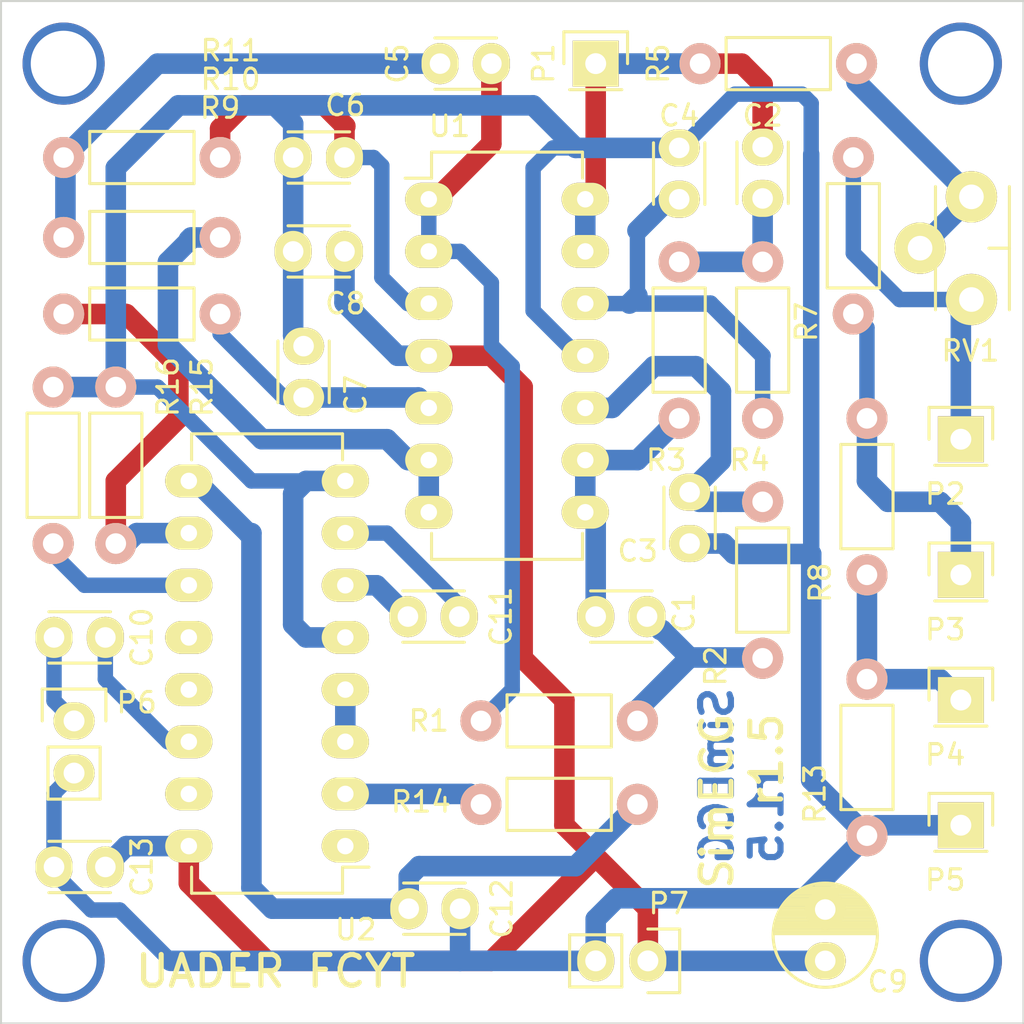
<source format=kicad_pcb>
(kicad_pcb (version 4) (host pcbnew 4.0.2+dfsg1-stable)

  (general
    (links 66)
    (no_connects 2)
    (area 100.047667 75.89 163.956 132.216002)
    (thickness 1.6)
    (drawings 9)
    (tracks 214)
    (zones 0)
    (modules 37)
    (nets 27)
  )

  (page A4)
  (layers
    (0 F.Cu signal)
    (31 B.Cu signal)
    (32 B.Adhes user hide)
    (33 F.Adhes user hide)
    (34 B.Paste user hide)
    (35 F.Paste user hide)
    (36 B.SilkS user)
    (37 F.SilkS user)
    (38 B.Mask user hide)
    (39 F.Mask user hide)
    (40 Dwgs.User user hide)
    (41 Cmts.User user hide)
    (42 Eco1.User user hide)
    (43 Eco2.User user hide)
    (44 Edge.Cuts user)
    (45 Margin user hide)
    (46 B.CrtYd user hide)
    (47 F.CrtYd user hide)
    (48 B.Fab user)
    (49 F.Fab user hide)
  )

  (setup
    (last_trace_width 0.75)
    (user_trace_width 0.5)
    (user_trace_width 0.75)
    (user_trace_width 1)
    (user_trace_width 1.5)
    (user_trace_width 2)
    (trace_clearance 0.2)
    (zone_clearance 0.508)
    (zone_45_only no)
    (trace_min 0.2)
    (segment_width 0.1)
    (edge_width 0.1)
    (via_size 0.6)
    (via_drill 0.4)
    (via_min_size 0.4)
    (via_min_drill 0.3)
    (user_via 0.8 0.5)
    (user_via 1 0.8)
    (user_via 1.2 1)
    (uvia_size 0.3)
    (uvia_drill 0.1)
    (uvias_allowed no)
    (uvia_min_size 0.2)
    (uvia_min_drill 0.1)
    (pcb_text_width 0.3)
    (pcb_text_size 1.5 1.5)
    (mod_edge_width 0.15)
    (mod_text_size 1 1)
    (mod_text_width 0.15)
    (pad_size 2 1.8)
    (pad_drill 1)
    (pad_to_mask_clearance 0)
    (aux_axis_origin 101.6 131.064)
    (grid_origin 101.6 131.064)
    (visible_elements FFFFFF7F)
    (pcbplotparams
      (layerselection 0x0c030_00000001)
      (usegerberextensions false)
      (excludeedgelayer true)
      (linewidth 0.150000)
      (plotframeref false)
      (viasonmask false)
      (mode 1)
      (useauxorigin false)
      (hpglpennumber 1)
      (hpglpenspeed 20)
      (hpglpendiameter 15)
      (hpglpenoverlay 2)
      (psnegative false)
      (psa4output false)
      (plotreference true)
      (plotvalue true)
      (plotinvisibletext false)
      (padsonsilk false)
      (subtractmaskfromsilk false)
      (outputformat 5)
      (mirror false)
      (drillshape 0)
      (scaleselection 1)
      (outputdirectory ../../../../../wewwe/))
  )

  (net 0 "")
  (net 1 "Net-(C1-Pad1)")
  (net 2 "Net-(C1-Pad2)")
  (net 3 "Net-(C2-Pad1)")
  (net 4 "Net-(C2-Pad2)")
  (net 5 GND)
  (net 6 "Net-(C3-Pad2)")
  (net 7 "Net-(C4-Pad2)")
  (net 8 "Net-(C5-Pad1)")
  (net 9 "Net-(C5-Pad2)")
  (net 10 "Net-(C6-Pad2)")
  (net 11 "Net-(C7-Pad1)")
  (net 12 "Net-(C10-Pad1)")
  (net 13 "Net-(C10-Pad2)")
  (net 14 "Net-(C11-Pad1)")
  (net 15 "Net-(C11-Pad2)")
  (net 16 "Net-(C12-Pad2)")
  (net 17 VCC)
  (net 18 "Net-(P2-Pad1)")
  (net 19 "Net-(P3-Pad1)")
  (net 20 "Net-(P4-Pad1)")
  (net 21 "Net-(R5-Pad2)")
  (net 22 SF_OUT)
  (net 23 "Net-(R10-Pad1)")
  (net 24 /ECG_PLL_pll/PC1)
  (net 25 "Net-(R16-Pad1)")
  (net 26 /ECG_PLL_pll/COMP_IN)

  (net_class Default "This is the default net class."
    (clearance 0.2)
    (trace_width 0.25)
    (via_dia 0.6)
    (via_drill 0.4)
    (uvia_dia 0.3)
    (uvia_drill 0.1)
    (add_net /ECG_PLL_pll/COMP_IN)
    (add_net /ECG_PLL_pll/PC1)
    (add_net GND)
    (add_net "Net-(C1-Pad1)")
    (add_net "Net-(C1-Pad2)")
    (add_net "Net-(C10-Pad1)")
    (add_net "Net-(C10-Pad2)")
    (add_net "Net-(C11-Pad1)")
    (add_net "Net-(C11-Pad2)")
    (add_net "Net-(C12-Pad2)")
    (add_net "Net-(C2-Pad1)")
    (add_net "Net-(C2-Pad2)")
    (add_net "Net-(C3-Pad2)")
    (add_net "Net-(C4-Pad2)")
    (add_net "Net-(C5-Pad1)")
    (add_net "Net-(C5-Pad2)")
    (add_net "Net-(C6-Pad2)")
    (add_net "Net-(C7-Pad1)")
    (add_net "Net-(P2-Pad1)")
    (add_net "Net-(P3-Pad1)")
    (add_net "Net-(P4-Pad1)")
    (add_net "Net-(R10-Pad1)")
    (add_net "Net-(R16-Pad1)")
    (add_net "Net-(R5-Pad2)")
    (add_net SF_OUT)
    (add_net VCC)
  )

  (module Potentiometers:Potentiometer_VishaySpectrol-Econtrim-Type36X (layer F.Cu) (tedit 5446FD75) (tstamp 5CFECBCC)
    (at 148.85 95.814 90)
    (descr "Potentiometer, Trimmer, Spectrol Type 36X, Econtrim, Rev A, 02 Aug 2010,")
    (tags "Potentiometer, Trimmer, Spectrol Type 36X, Econtrim, Rev A, 02 Aug 2010,")
    (path /5C6ABBC2/5C6ACF92)
    (fp_text reference RV1 (at -2.5 -0.05 180) (layer F.SilkS)
      (effects (font (size 1 1) (thickness 0.15)))
    )
    (fp_text value 5k (at 5.03936 3.32994 90) (layer F.Fab)
      (effects (font (size 1 1) (thickness 0.15)))
    )
    (fp_line (start 2.49936 0.8509) (end 2.49936 1.84912) (layer F.SilkS) (width 0.15))
    (fp_line (start -0.50038 -1.75006) (end 5.4991 -1.75006) (layer F.SilkS) (width 0.15))
    (fp_line (start 5.4991 1.84912) (end -0.50038 1.84912) (layer F.SilkS) (width 0.15))
    (pad 2 thru_hole circle (at 2.5 -2.5 90) (size 2.49936 2.49936) (drill 1.19888) (layers *.Cu *.Mask F.SilkS)
      (net 21 "Net-(R5-Pad2)"))
    (pad 3 thru_hole circle (at 4.99872 0 90) (size 2.49936 2.49936) (drill 1.19888) (layers *.Cu *.Mask F.SilkS)
      (net 21 "Net-(R5-Pad2)"))
    (pad 1 thru_hole circle (at 0 0 90) (size 2.49936 2.49936) (drill 1.19888) (layers *.Cu *.Mask F.SilkS)
      (net 18 "Net-(P2-Pad1)"))
  )

  (module Resistors_ThroughHole:Resistor_Horizontal_RM7mm (layer F.Cu) (tedit 569FCF07) (tstamp 5CFECB9B)
    (at 112.268 96.52 180)
    (descr "Resistor, Axial,  RM 7.62mm, 1/3W,")
    (tags "Resistor Axial RM 7.62mm 1/3W R3")
    (path /5C6ABBC2/5C6ACF72)
    (fp_text reference R9 (at 0 10.033 360) (layer F.SilkS)
      (effects (font (size 1 1) (thickness 0.15)))
    )
    (fp_text value 47k (at 3.81 3.81 180) (layer F.Fab)
      (effects (font (size 1 1) (thickness 0.15)))
    )
    (fp_line (start -1.25 -1.5) (end 8.85 -1.5) (layer F.CrtYd) (width 0.05))
    (fp_line (start -1.25 1.5) (end -1.25 -1.5) (layer F.CrtYd) (width 0.05))
    (fp_line (start 8.85 -1.5) (end 8.85 1.5) (layer F.CrtYd) (width 0.05))
    (fp_line (start -1.25 1.5) (end 8.85 1.5) (layer F.CrtYd) (width 0.05))
    (fp_line (start 1.27 -1.27) (end 6.35 -1.27) (layer F.SilkS) (width 0.15))
    (fp_line (start 6.35 -1.27) (end 6.35 1.27) (layer F.SilkS) (width 0.15))
    (fp_line (start 6.35 1.27) (end 1.27 1.27) (layer F.SilkS) (width 0.15))
    (fp_line (start 1.27 1.27) (end 1.27 -1.27) (layer F.SilkS) (width 0.15))
    (pad 1 thru_hole circle (at 0 0 180) (size 1.99898 1.99898) (drill 1.00076) (layers *.Cu *.SilkS *.Mask)
      (net 11 "Net-(C7-Pad1)"))
    (pad 2 thru_hole circle (at 7.62 0 180) (size 1.99898 1.99898) (drill 1.00076) (layers *.Cu *.SilkS *.Mask)
      (net 22 SF_OUT))
  )

  (module Resistors_ThroughHole:Resistor_Horizontal_RM7mm (layer F.Cu) (tedit 569FCF07) (tstamp 5CFECB71)
    (at 138.684 113.284 90)
    (descr "Resistor, Axial,  RM 7.62mm, 1/3W,")
    (tags "Resistor Axial RM 7.62mm 1/3W R3")
    (path /5C6ABBC2/5C6ACF83)
    (fp_text reference R2 (at -0.381 -2.286 270) (layer F.SilkS)
      (effects (font (size 1 1) (thickness 0.15)))
    )
    (fp_text value 150k (at 3.81 3.81 90) (layer F.Fab)
      (effects (font (size 1 1) (thickness 0.15)))
    )
    (fp_line (start -1.25 -1.5) (end 8.85 -1.5) (layer F.CrtYd) (width 0.05))
    (fp_line (start -1.25 1.5) (end -1.25 -1.5) (layer F.CrtYd) (width 0.05))
    (fp_line (start 8.85 -1.5) (end 8.85 1.5) (layer F.CrtYd) (width 0.05))
    (fp_line (start -1.25 1.5) (end 8.85 1.5) (layer F.CrtYd) (width 0.05))
    (fp_line (start 1.27 -1.27) (end 6.35 -1.27) (layer F.SilkS) (width 0.15))
    (fp_line (start 6.35 -1.27) (end 6.35 1.27) (layer F.SilkS) (width 0.15))
    (fp_line (start 6.35 1.27) (end 1.27 1.27) (layer F.SilkS) (width 0.15))
    (fp_line (start 1.27 1.27) (end 1.27 -1.27) (layer F.SilkS) (width 0.15))
    (pad 1 thru_hole circle (at 0 0 90) (size 1.99898 1.99898) (drill 1.00076) (layers *.Cu *.SilkS *.Mask)
      (net 2 "Net-(C1-Pad2)"))
    (pad 2 thru_hole circle (at 7.62 0 90) (size 1.99898 1.99898) (drill 1.00076) (layers *.Cu *.SilkS *.Mask)
      (net 6 "Net-(C3-Pad2)"))
  )

  (module Capacitors_ThroughHole:C_Disc_D3_P2.5 (layer F.Cu) (tedit 5D141F27) (tstamp 5CFECB08)
    (at 134.62 88.432 270)
    (descr "Capacitor 3mm Disc, Pitch 2.5mm")
    (tags Capacitor)
    (path /5C6ABBC2/5C6ACF7D)
    (fp_text reference C4 (at -1.564 0 360) (layer F.SilkS)
      (effects (font (size 1 1) (thickness 0.15)))
    )
    (fp_text value 33n (at 1.25 2.5 270) (layer F.Fab)
      (effects (font (size 1 1) (thickness 0.15)))
    )
    (fp_line (start -0.9 -1.5) (end 3.4 -1.5) (layer F.CrtYd) (width 0.05))
    (fp_line (start 3.4 -1.5) (end 3.4 1.5) (layer F.CrtYd) (width 0.05))
    (fp_line (start 3.4 1.5) (end -0.9 1.5) (layer F.CrtYd) (width 0.05))
    (fp_line (start -0.9 1.5) (end -0.9 -1.5) (layer F.CrtYd) (width 0.05))
    (fp_line (start -0.25 -1.25) (end 2.75 -1.25) (layer F.SilkS) (width 0.15))
    (fp_line (start 2.75 1.25) (end -0.25 1.25) (layer F.SilkS) (width 0.15))
    (pad 1 thru_hole oval (at 0 0 270) (size 1.8 2) (drill 1) (layers *.Cu *.Mask F.SilkS)
      (net 5 GND))
    (pad 2 thru_hole oval (at 2.5 0 270) (size 1.8 2) (drill 1) (layers *.Cu *.Mask F.SilkS)
      (net 7 "Net-(C4-Pad2)"))
    (model Capacitors_ThroughHole.3dshapes/C_Disc_D3_P2.5.wrl
      (at (xyz 0.0492126 0 0))
      (scale (xyz 1 1 1))
      (rotate (xyz 0 0 0))
    )
  )

  (module Capacitors_ThroughHole:C_Disc_D3_P2.5 (layer F.Cu) (tedit 5D1418C2) (tstamp 5CFECAF6)
    (at 130.556 111.252)
    (descr "Capacitor 3mm Disc, Pitch 2.5mm")
    (tags Capacitor)
    (path /5C6ABBC2/5C6ACF82)
    (fp_text reference C1 (at 4.294 -0.188 90) (layer F.SilkS)
      (effects (font (size 1 1) (thickness 0.15)))
    )
    (fp_text value 100n (at 1.25 2.5) (layer F.Fab)
      (effects (font (size 1 1) (thickness 0.15)))
    )
    (fp_line (start -0.9 -1.5) (end 3.4 -1.5) (layer F.CrtYd) (width 0.05))
    (fp_line (start 3.4 -1.5) (end 3.4 1.5) (layer F.CrtYd) (width 0.05))
    (fp_line (start 3.4 1.5) (end -0.9 1.5) (layer F.CrtYd) (width 0.05))
    (fp_line (start -0.9 1.5) (end -0.9 -1.5) (layer F.CrtYd) (width 0.05))
    (fp_line (start -0.25 -1.25) (end 2.75 -1.25) (layer F.SilkS) (width 0.15))
    (fp_line (start 2.75 1.25) (end -0.25 1.25) (layer F.SilkS) (width 0.15))
    (pad 1 thru_hole oval (at 0 0) (size 1.8 2) (drill 1) (layers *.Cu *.Mask F.SilkS)
      (net 1 "Net-(C1-Pad1)"))
    (pad 2 thru_hole oval (at 2.5 0) (size 1.8 2) (drill 1) (layers *.Cu *.Mask F.SilkS)
      (net 2 "Net-(C1-Pad2)"))
    (model Capacitors_ThroughHole.3dshapes/C_Disc_D3_P2.5.wrl
      (at (xyz 0.0492126 0 0))
      (scale (xyz 1 1 1))
      (rotate (xyz 0 0 0))
    )
  )

  (module Capacitors_ThroughHole:C_Disc_D3_P2.5 (layer F.Cu) (tedit 5D141F53) (tstamp 5CFECAFC)
    (at 138.684 88.392 270)
    (descr "Capacitor 3mm Disc, Pitch 2.5mm")
    (tags Capacitor)
    (path /5C6ABBC2/5C6ACF7B)
    (fp_text reference C2 (at -1.524 0 360) (layer F.SilkS)
      (effects (font (size 1 1) (thickness 0.15)))
    )
    (fp_text value 330n (at 1.25 2.5 270) (layer F.Fab)
      (effects (font (size 1 1) (thickness 0.15)))
    )
    (fp_line (start -0.9 -1.5) (end 3.4 -1.5) (layer F.CrtYd) (width 0.05))
    (fp_line (start 3.4 -1.5) (end 3.4 1.5) (layer F.CrtYd) (width 0.05))
    (fp_line (start 3.4 1.5) (end -0.9 1.5) (layer F.CrtYd) (width 0.05))
    (fp_line (start -0.9 1.5) (end -0.9 -1.5) (layer F.CrtYd) (width 0.05))
    (fp_line (start -0.25 -1.25) (end 2.75 -1.25) (layer F.SilkS) (width 0.15))
    (fp_line (start 2.75 1.25) (end -0.25 1.25) (layer F.SilkS) (width 0.15))
    (pad 1 thru_hole oval (at 0 0 270) (size 1.8 2) (drill 1) (layers *.Cu *.Mask F.SilkS)
      (net 3 "Net-(C2-Pad1)"))
    (pad 2 thru_hole oval (at 2.5 0 270) (size 1.8 2) (drill 1) (layers *.Cu *.Mask F.SilkS)
      (net 4 "Net-(C2-Pad2)"))
    (model Capacitors_ThroughHole.3dshapes/C_Disc_D3_P2.5.wrl
      (at (xyz 0.0492126 0 0))
      (scale (xyz 1 1 1))
      (rotate (xyz 0 0 0))
    )
  )

  (module Capacitors_ThroughHole:C_Disc_D3_P2.5 (layer F.Cu) (tedit 0) (tstamp 5CFECB02)
    (at 135.128 107.696 90)
    (descr "Capacitor 3mm Disc, Pitch 2.5mm")
    (tags Capacitor)
    (path /5C6ABBC2/5C6ACF84)
    (fp_text reference C3 (at -0.368 -2.528 180) (layer F.SilkS)
      (effects (font (size 1 1) (thickness 0.15)))
    )
    (fp_text value 10n (at 1.25 2.5 90) (layer F.Fab)
      (effects (font (size 1 1) (thickness 0.15)))
    )
    (fp_line (start -0.9 -1.5) (end 3.4 -1.5) (layer F.CrtYd) (width 0.05))
    (fp_line (start 3.4 -1.5) (end 3.4 1.5) (layer F.CrtYd) (width 0.05))
    (fp_line (start 3.4 1.5) (end -0.9 1.5) (layer F.CrtYd) (width 0.05))
    (fp_line (start -0.9 1.5) (end -0.9 -1.5) (layer F.CrtYd) (width 0.05))
    (fp_line (start -0.25 -1.25) (end 2.75 -1.25) (layer F.SilkS) (width 0.15))
    (fp_line (start 2.75 1.25) (end -0.25 1.25) (layer F.SilkS) (width 0.15))
    (pad 1 thru_hole oval (at 0 0 90) (size 1.8 2) (drill 1) (layers *.Cu *.Mask F.SilkS)
      (net 5 GND))
    (pad 2 thru_hole oval (at 2.5 0 90) (size 1.8 2) (drill 1) (layers *.Cu *.Mask F.SilkS)
      (net 6 "Net-(C3-Pad2)"))
    (model Capacitors_ThroughHole.3dshapes/C_Disc_D3_P2.5.wrl
      (at (xyz 0.0492126 0 0))
      (scale (xyz 1 1 1))
      (rotate (xyz 0 0 0))
    )
  )

  (module Capacitors_ThroughHole:C_Disc_D3_P2.5 (layer F.Cu) (tedit 0) (tstamp 5CFECB0E)
    (at 125.476 84.328 180)
    (descr "Capacitor 3mm Disc, Pitch 2.5mm")
    (tags Capacitor)
    (path /5C6ABBC2/5C6ACF74)
    (fp_text reference C5 (at 4.572 0 270) (layer F.SilkS)
      (effects (font (size 1 1) (thickness 0.15)))
    )
    (fp_text value 470n (at 1.25 2.5 180) (layer F.Fab)
      (effects (font (size 1 1) (thickness 0.15)))
    )
    (fp_line (start -0.9 -1.5) (end 3.4 -1.5) (layer F.CrtYd) (width 0.05))
    (fp_line (start 3.4 -1.5) (end 3.4 1.5) (layer F.CrtYd) (width 0.05))
    (fp_line (start 3.4 1.5) (end -0.9 1.5) (layer F.CrtYd) (width 0.05))
    (fp_line (start -0.9 1.5) (end -0.9 -1.5) (layer F.CrtYd) (width 0.05))
    (fp_line (start -0.25 -1.25) (end 2.75 -1.25) (layer F.SilkS) (width 0.15))
    (fp_line (start 2.75 1.25) (end -0.25 1.25) (layer F.SilkS) (width 0.15))
    (pad 1 thru_hole oval (at 0 0 180) (size 1.8 2) (drill 1) (layers *.Cu *.Mask F.SilkS)
      (net 8 "Net-(C5-Pad1)"))
    (pad 2 thru_hole oval (at 2.5 0 180) (size 1.8 2) (drill 1) (layers *.Cu *.Mask F.SilkS)
      (net 9 "Net-(C5-Pad2)"))
    (model Capacitors_ThroughHole.3dshapes/C_Disc_D3_P2.5.wrl
      (at (xyz 0.0492126 0 0))
      (scale (xyz 1 1 1))
      (rotate (xyz 0 0 0))
    )
  )

  (module Capacitors_ThroughHole:C_Disc_D3_P2.5 (layer F.Cu) (tedit 5D141EF3) (tstamp 5CFECB14)
    (at 115.824 88.9)
    (descr "Capacitor 3mm Disc, Pitch 2.5mm")
    (tags Capacitor)
    (path /5C6ABBC2/5C6ACF76)
    (fp_text reference C6 (at 2.54 -2.54) (layer F.SilkS)
      (effects (font (size 1 1) (thickness 0.15)))
    )
    (fp_text value 22n (at 1.25 2.5) (layer F.Fab)
      (effects (font (size 1 1) (thickness 0.15)))
    )
    (fp_line (start -0.9 -1.5) (end 3.4 -1.5) (layer F.CrtYd) (width 0.05))
    (fp_line (start 3.4 -1.5) (end 3.4 1.5) (layer F.CrtYd) (width 0.05))
    (fp_line (start 3.4 1.5) (end -0.9 1.5) (layer F.CrtYd) (width 0.05))
    (fp_line (start -0.9 1.5) (end -0.9 -1.5) (layer F.CrtYd) (width 0.05))
    (fp_line (start -0.25 -1.25) (end 2.75 -1.25) (layer F.SilkS) (width 0.15))
    (fp_line (start 2.75 1.25) (end -0.25 1.25) (layer F.SilkS) (width 0.15))
    (pad 1 thru_hole oval (at 0 0) (size 1.8 2) (drill 1) (layers *.Cu *.Mask F.SilkS)
      (net 5 GND))
    (pad 2 thru_hole oval (at 2.5 0) (size 1.8 2) (drill 1) (layers *.Cu *.Mask F.SilkS)
      (net 10 "Net-(C6-Pad2)"))
    (model Capacitors_ThroughHole.3dshapes/C_Disc_D3_P2.5.wrl
      (at (xyz 0.0492126 0 0))
      (scale (xyz 1 1 1))
      (rotate (xyz 0 0 0))
    )
  )

  (module Capacitors_ThroughHole:C_Disc_D3_P2.5 (layer F.Cu) (tedit 5D14202A) (tstamp 5CFECB1A)
    (at 116.332 100.584 90)
    (descr "Capacitor 3mm Disc, Pitch 2.5mm")
    (tags Capacitor)
    (path /5C6ABBC2/5C6ACF6E)
    (fp_text reference C7 (at 0.127 2.54 90) (layer F.SilkS)
      (effects (font (size 1 1) (thickness 0.15)))
    )
    (fp_text value 10n (at 1.25 2.5 90) (layer F.Fab)
      (effects (font (size 1 1) (thickness 0.15)))
    )
    (fp_line (start -0.9 -1.5) (end 3.4 -1.5) (layer F.CrtYd) (width 0.05))
    (fp_line (start 3.4 -1.5) (end 3.4 1.5) (layer F.CrtYd) (width 0.05))
    (fp_line (start 3.4 1.5) (end -0.9 1.5) (layer F.CrtYd) (width 0.05))
    (fp_line (start -0.9 1.5) (end -0.9 -1.5) (layer F.CrtYd) (width 0.05))
    (fp_line (start -0.25 -1.25) (end 2.75 -1.25) (layer F.SilkS) (width 0.15))
    (fp_line (start 2.75 1.25) (end -0.25 1.25) (layer F.SilkS) (width 0.15))
    (pad 1 thru_hole oval (at 0 0 90) (size 1.8 2) (drill 1) (layers *.Cu *.Mask F.SilkS)
      (net 11 "Net-(C7-Pad1)"))
    (pad 2 thru_hole oval (at 2.5 0 90) (size 1.8 2) (drill 1) (layers *.Cu *.Mask F.SilkS)
      (net 5 GND))
    (model Capacitors_ThroughHole.3dshapes/C_Disc_D3_P2.5.wrl
      (at (xyz 0.0492126 0 0))
      (scale (xyz 1 1 1))
      (rotate (xyz 0 0 0))
    )
  )

  (module Capacitors_ThroughHole:C_Disc_D3_P2.5 (layer F.Cu) (tedit 5D141F0B) (tstamp 5CFECB20)
    (at 118.324 93.472 180)
    (descr "Capacitor 3mm Disc, Pitch 2.5mm")
    (tags Capacitor)
    (path /5C6ABBC2/5C6ACF69)
    (fp_text reference C8 (at -0.04 -2.54 180) (layer F.SilkS)
      (effects (font (size 1 1) (thickness 0.15)))
    )
    (fp_text value 100n (at 1.25 2.5 180) (layer F.Fab)
      (effects (font (size 1 1) (thickness 0.15)))
    )
    (fp_line (start -0.9 -1.5) (end 3.4 -1.5) (layer F.CrtYd) (width 0.05))
    (fp_line (start 3.4 -1.5) (end 3.4 1.5) (layer F.CrtYd) (width 0.05))
    (fp_line (start 3.4 1.5) (end -0.9 1.5) (layer F.CrtYd) (width 0.05))
    (fp_line (start -0.9 1.5) (end -0.9 -1.5) (layer F.CrtYd) (width 0.05))
    (fp_line (start -0.25 -1.25) (end 2.75 -1.25) (layer F.SilkS) (width 0.15))
    (fp_line (start 2.75 1.25) (end -0.25 1.25) (layer F.SilkS) (width 0.15))
    (pad 1 thru_hole oval (at 0 0 180) (size 1.8 2) (drill 1) (layers *.Cu *.Mask F.SilkS)
      (net 17 VCC))
    (pad 2 thru_hole oval (at 2.5 0 180) (size 1.8 2) (drill 1) (layers *.Cu *.Mask F.SilkS)
      (net 5 GND))
    (model Capacitors_ThroughHole.3dshapes/C_Disc_D3_P2.5.wrl
      (at (xyz 0.0492126 0 0))
      (scale (xyz 1 1 1))
      (rotate (xyz 0 0 0))
    )
  )

  (module Capacitors_ThroughHole:C_Disc_D3_P2.5 (layer F.Cu) (tedit 5D141D9C) (tstamp 5CFECB2C)
    (at 106.68 112.268 180)
    (descr "Capacitor 3mm Disc, Pitch 2.5mm")
    (tags Capacitor)
    (path /5C6ABBF7/5C6AC838)
    (fp_text reference C10 (at -1.778 0 270) (layer F.SilkS)
      (effects (font (size 1 1) (thickness 0.15)))
    )
    (fp_text value 100n (at 1.25 2.5 180) (layer F.Fab)
      (effects (font (size 1 1) (thickness 0.15)))
    )
    (fp_line (start -0.9 -1.5) (end 3.4 -1.5) (layer F.CrtYd) (width 0.05))
    (fp_line (start 3.4 -1.5) (end 3.4 1.5) (layer F.CrtYd) (width 0.05))
    (fp_line (start 3.4 1.5) (end -0.9 1.5) (layer F.CrtYd) (width 0.05))
    (fp_line (start -0.9 1.5) (end -0.9 -1.5) (layer F.CrtYd) (width 0.05))
    (fp_line (start -0.25 -1.25) (end 2.75 -1.25) (layer F.SilkS) (width 0.15))
    (fp_line (start 2.75 1.25) (end -0.25 1.25) (layer F.SilkS) (width 0.15))
    (pad 1 thru_hole oval (at 0 0 180) (size 1.8 2) (drill 1) (layers *.Cu *.Mask F.SilkS)
      (net 12 "Net-(C10-Pad1)"))
    (pad 2 thru_hole oval (at 2.5 0 180) (size 1.8 2) (drill 1) (layers *.Cu *.Mask F.SilkS)
      (net 13 "Net-(C10-Pad2)"))
    (model Capacitors_ThroughHole.3dshapes/C_Disc_D3_P2.5.wrl
      (at (xyz 0.0492126 0 0))
      (scale (xyz 1 1 1))
      (rotate (xyz 0 0 0))
    )
  )

  (module Capacitors_ThroughHole:C_Disc_D3_P2.5 (layer F.Cu) (tedit 5D154EFE) (tstamp 5CFECB32)
    (at 121.412 111.252)
    (descr "Capacitor 3mm Disc, Pitch 2.5mm")
    (tags Capacitor)
    (path /5C6ABBF7/5C6AC82D)
    (fp_text reference C11 (at 4.532 0 90) (layer F.SilkS)
      (effects (font (size 1 1) (thickness 0.15)))
    )
    (fp_text value 10n (at 1.25 2.5) (layer F.Fab)
      (effects (font (size 1 1) (thickness 0.15)))
    )
    (fp_line (start -0.9 -1.5) (end 3.4 -1.5) (layer F.CrtYd) (width 0.05))
    (fp_line (start 3.4 -1.5) (end 3.4 1.5) (layer F.CrtYd) (width 0.05))
    (fp_line (start 3.4 1.5) (end -0.9 1.5) (layer F.CrtYd) (width 0.05))
    (fp_line (start -0.9 1.5) (end -0.9 -1.5) (layer F.CrtYd) (width 0.05))
    (fp_line (start -0.25 -1.25) (end 2.75 -1.25) (layer F.SilkS) (width 0.15))
    (fp_line (start 2.75 1.25) (end -0.25 1.25) (layer F.SilkS) (width 0.15))
    (pad 1 thru_hole oval (at 0 0) (size 1.8 2) (drill 1) (layers *.Cu *.Mask F.SilkS)
      (net 14 "Net-(C11-Pad1)"))
    (pad 2 thru_hole oval (at 2.5 0) (size 1.8 2) (drill 1) (layers *.Cu *.Mask F.SilkS)
      (net 15 "Net-(C11-Pad2)"))
    (model Capacitors_ThroughHole.3dshapes/C_Disc_D3_P2.5.wrl
      (at (xyz 0.0492126 0 0))
      (scale (xyz 1 1 1))
      (rotate (xyz 0 0 0))
    )
  )

  (module Capacitors_ThroughHole:C_Disc_D3_P2.5 (layer F.Cu) (tedit 0) (tstamp 5CFECB38)
    (at 123.952 125.476 180)
    (descr "Capacitor 3mm Disc, Pitch 2.5mm")
    (tags Capacitor)
    (path /5C6ABBF7/5C6AC830)
    (fp_text reference C12 (at -2.032 0 270) (layer F.SilkS)
      (effects (font (size 1 1) (thickness 0.15)))
    )
    (fp_text value 10n (at 1.25 2.5 180) (layer F.Fab)
      (effects (font (size 1 1) (thickness 0.15)))
    )
    (fp_line (start -0.9 -1.5) (end 3.4 -1.5) (layer F.CrtYd) (width 0.05))
    (fp_line (start 3.4 -1.5) (end 3.4 1.5) (layer F.CrtYd) (width 0.05))
    (fp_line (start 3.4 1.5) (end -0.9 1.5) (layer F.CrtYd) (width 0.05))
    (fp_line (start -0.9 1.5) (end -0.9 -1.5) (layer F.CrtYd) (width 0.05))
    (fp_line (start -0.25 -1.25) (end 2.75 -1.25) (layer F.SilkS) (width 0.15))
    (fp_line (start 2.75 1.25) (end -0.25 1.25) (layer F.SilkS) (width 0.15))
    (pad 1 thru_hole oval (at 0 0 180) (size 1.8 2) (drill 1) (layers *.Cu *.Mask F.SilkS)
      (net 5 GND))
    (pad 2 thru_hole oval (at 2.5 0 180) (size 1.8 2) (drill 1) (layers *.Cu *.Mask F.SilkS)
      (net 16 "Net-(C12-Pad2)"))
    (model Capacitors_ThroughHole.3dshapes/C_Disc_D3_P2.5.wrl
      (at (xyz 0.0492126 0 0))
      (scale (xyz 1 1 1))
      (rotate (xyz 0 0 0))
    )
  )

  (module Capacitors_ThroughHole:C_Disc_D3_P2.5 (layer F.Cu) (tedit 0) (tstamp 5CFECB3E)
    (at 104.18 123.444)
    (descr "Capacitor 3mm Disc, Pitch 2.5mm")
    (tags Capacitor)
    (path /5C6ABBF7/5C6AC839)
    (fp_text reference C13 (at 4.278 0 90) (layer F.SilkS)
      (effects (font (size 1 1) (thickness 0.15)))
    )
    (fp_text value 100n (at 1.25 2.5) (layer F.Fab)
      (effects (font (size 1 1) (thickness 0.15)))
    )
    (fp_line (start -0.9 -1.5) (end 3.4 -1.5) (layer F.CrtYd) (width 0.05))
    (fp_line (start 3.4 -1.5) (end 3.4 1.5) (layer F.CrtYd) (width 0.05))
    (fp_line (start 3.4 1.5) (end -0.9 1.5) (layer F.CrtYd) (width 0.05))
    (fp_line (start -0.9 1.5) (end -0.9 -1.5) (layer F.CrtYd) (width 0.05))
    (fp_line (start -0.25 -1.25) (end 2.75 -1.25) (layer F.SilkS) (width 0.15))
    (fp_line (start 2.75 1.25) (end -0.25 1.25) (layer F.SilkS) (width 0.15))
    (pad 1 thru_hole oval (at 0 0) (size 1.8 2) (drill 1) (layers *.Cu *.Mask F.SilkS)
      (net 5 GND))
    (pad 2 thru_hole oval (at 2.5 0) (size 1.8 2) (drill 1) (layers *.Cu *.Mask F.SilkS)
      (net 17 VCC))
    (model Capacitors_ThroughHole.3dshapes/C_Disc_D3_P2.5.wrl
      (at (xyz 0.0492126 0 0))
      (scale (xyz 1 1 1))
      (rotate (xyz 0 0 0))
    )
  )

  (module Pin_Headers:Pin_Header_Straight_1x01 (layer F.Cu) (tedit 54EA08DC) (tstamp 5CFECB43)
    (at 130.556 84.328)
    (descr "Through hole pin header")
    (tags "pin header")
    (path /5C6ABBC2/5CFAA2FF)
    (fp_text reference P1 (at -2.54 0 90) (layer F.SilkS)
      (effects (font (size 1 1) (thickness 0.15)))
    )
    (fp_text value OCR (at 0 -3.1) (layer F.Fab)
      (effects (font (size 1 1) (thickness 0.15)))
    )
    (fp_line (start 1.55 -1.55) (end 1.55 0) (layer F.SilkS) (width 0.15))
    (fp_line (start -1.75 -1.75) (end -1.75 1.75) (layer F.CrtYd) (width 0.05))
    (fp_line (start 1.75 -1.75) (end 1.75 1.75) (layer F.CrtYd) (width 0.05))
    (fp_line (start -1.75 -1.75) (end 1.75 -1.75) (layer F.CrtYd) (width 0.05))
    (fp_line (start -1.75 1.75) (end 1.75 1.75) (layer F.CrtYd) (width 0.05))
    (fp_line (start -1.55 0) (end -1.55 -1.55) (layer F.SilkS) (width 0.15))
    (fp_line (start -1.55 -1.55) (end 1.55 -1.55) (layer F.SilkS) (width 0.15))
    (fp_line (start -1.27 1.27) (end 1.27 1.27) (layer F.SilkS) (width 0.15))
    (pad 1 thru_hole rect (at 0 0) (size 2.2352 2.2352) (drill 1.016) (layers *.Cu *.Mask F.SilkS)
      (net 3 "Net-(C2-Pad1)"))
    (model Pin_Headers.3dshapes/Pin_Header_Straight_1x01.wrl
      (at (xyz 0 0 0))
      (scale (xyz 1 1 1))
      (rotate (xyz 0 0 90))
    )
  )

  (module Pin_Headers:Pin_Header_Straight_1x01 (layer F.Cu) (tedit 54EA08DC) (tstamp 5CFECB48)
    (at 148.336 102.616)
    (descr "Through hole pin header")
    (tags "pin header")
    (path /5C6ABBC2/5C6ACF96)
    (fp_text reference P2 (at -0.762 2.667 180) (layer F.SilkS)
      (effects (font (size 1 1) (thickness 0.15)))
    )
    (fp_text value V (at 0 -3.1) (layer F.Fab)
      (effects (font (size 1 1) (thickness 0.15)))
    )
    (fp_line (start 1.55 -1.55) (end 1.55 0) (layer F.SilkS) (width 0.15))
    (fp_line (start -1.75 -1.75) (end -1.75 1.75) (layer F.CrtYd) (width 0.05))
    (fp_line (start 1.75 -1.75) (end 1.75 1.75) (layer F.CrtYd) (width 0.05))
    (fp_line (start -1.75 -1.75) (end 1.75 -1.75) (layer F.CrtYd) (width 0.05))
    (fp_line (start -1.75 1.75) (end 1.75 1.75) (layer F.CrtYd) (width 0.05))
    (fp_line (start -1.55 0) (end -1.55 -1.55) (layer F.SilkS) (width 0.15))
    (fp_line (start -1.55 -1.55) (end 1.55 -1.55) (layer F.SilkS) (width 0.15))
    (fp_line (start -1.27 1.27) (end 1.27 1.27) (layer F.SilkS) (width 0.15))
    (pad 1 thru_hole rect (at 0 0) (size 2.2352 2.2352) (drill 1.016) (layers *.Cu *.Mask F.SilkS)
      (net 18 "Net-(P2-Pad1)"))
    (model Pin_Headers.3dshapes/Pin_Header_Straight_1x01.wrl
      (at (xyz 0 0 0))
      (scale (xyz 1 1 1))
      (rotate (xyz 0 0 90))
    )
  )

  (module Pin_Headers:Pin_Header_Straight_1x01 (layer F.Cu) (tedit 54EA08DC) (tstamp 5CFECB4D)
    (at 148.336 109.22)
    (descr "Through hole pin header")
    (tags "pin header")
    (path /5C6ABBC2/5C6ACF95)
    (fp_text reference P3 (at -0.762 2.667 180) (layer F.SilkS)
      (effects (font (size 1 1) (thickness 0.15)))
    )
    (fp_text value LL (at 0 -3.1) (layer F.Fab)
      (effects (font (size 1 1) (thickness 0.15)))
    )
    (fp_line (start 1.55 -1.55) (end 1.55 0) (layer F.SilkS) (width 0.15))
    (fp_line (start -1.75 -1.75) (end -1.75 1.75) (layer F.CrtYd) (width 0.05))
    (fp_line (start 1.75 -1.75) (end 1.75 1.75) (layer F.CrtYd) (width 0.05))
    (fp_line (start -1.75 -1.75) (end 1.75 -1.75) (layer F.CrtYd) (width 0.05))
    (fp_line (start -1.75 1.75) (end 1.75 1.75) (layer F.CrtYd) (width 0.05))
    (fp_line (start -1.55 0) (end -1.55 -1.55) (layer F.SilkS) (width 0.15))
    (fp_line (start -1.55 -1.55) (end 1.55 -1.55) (layer F.SilkS) (width 0.15))
    (fp_line (start -1.27 1.27) (end 1.27 1.27) (layer F.SilkS) (width 0.15))
    (pad 1 thru_hole rect (at 0 0) (size 2.2352 2.2352) (drill 1.016) (layers *.Cu *.Mask F.SilkS)
      (net 19 "Net-(P3-Pad1)"))
    (model Pin_Headers.3dshapes/Pin_Header_Straight_1x01.wrl
      (at (xyz 0 0 0))
      (scale (xyz 1 1 1))
      (rotate (xyz 0 0 90))
    )
  )

  (module Pin_Headers:Pin_Header_Straight_1x01 (layer F.Cu) (tedit 54EA08DC) (tstamp 5CFECB52)
    (at 148.336 115.316)
    (descr "Through hole pin header")
    (tags "pin header")
    (path /5C6ABBC2/5C6ACF94)
    (fp_text reference P4 (at -0.762 2.667 180) (layer F.SilkS)
      (effects (font (size 1 1) (thickness 0.15)))
    )
    (fp_text value LA (at 0 -3.1) (layer F.Fab)
      (effects (font (size 1 1) (thickness 0.15)))
    )
    (fp_line (start 1.55 -1.55) (end 1.55 0) (layer F.SilkS) (width 0.15))
    (fp_line (start -1.75 -1.75) (end -1.75 1.75) (layer F.CrtYd) (width 0.05))
    (fp_line (start 1.75 -1.75) (end 1.75 1.75) (layer F.CrtYd) (width 0.05))
    (fp_line (start -1.75 -1.75) (end 1.75 -1.75) (layer F.CrtYd) (width 0.05))
    (fp_line (start -1.75 1.75) (end 1.75 1.75) (layer F.CrtYd) (width 0.05))
    (fp_line (start -1.55 0) (end -1.55 -1.55) (layer F.SilkS) (width 0.15))
    (fp_line (start -1.55 -1.55) (end 1.55 -1.55) (layer F.SilkS) (width 0.15))
    (fp_line (start -1.27 1.27) (end 1.27 1.27) (layer F.SilkS) (width 0.15))
    (pad 1 thru_hole rect (at 0 0) (size 2.2352 2.2352) (drill 1.016) (layers *.Cu *.Mask F.SilkS)
      (net 20 "Net-(P4-Pad1)"))
    (model Pin_Headers.3dshapes/Pin_Header_Straight_1x01.wrl
      (at (xyz 0 0 0))
      (scale (xyz 1 1 1))
      (rotate (xyz 0 0 90))
    )
  )

  (module Pin_Headers:Pin_Header_Straight_1x01 (layer F.Cu) (tedit 54EA08DC) (tstamp 5CFECB57)
    (at 148.336 121.412)
    (descr "Through hole pin header")
    (tags "pin header")
    (path /5C6ABBC2/5C6ACF93)
    (fp_text reference P5 (at -0.762 2.667 180) (layer F.SilkS)
      (effects (font (size 1 1) (thickness 0.15)))
    )
    (fp_text value RA/RL (at 0 -3.1) (layer F.Fab)
      (effects (font (size 1 1) (thickness 0.15)))
    )
    (fp_line (start 1.55 -1.55) (end 1.55 0) (layer F.SilkS) (width 0.15))
    (fp_line (start -1.75 -1.75) (end -1.75 1.75) (layer F.CrtYd) (width 0.05))
    (fp_line (start 1.75 -1.75) (end 1.75 1.75) (layer F.CrtYd) (width 0.05))
    (fp_line (start -1.75 -1.75) (end 1.75 -1.75) (layer F.CrtYd) (width 0.05))
    (fp_line (start -1.75 1.75) (end 1.75 1.75) (layer F.CrtYd) (width 0.05))
    (fp_line (start -1.55 0) (end -1.55 -1.55) (layer F.SilkS) (width 0.15))
    (fp_line (start -1.55 -1.55) (end 1.55 -1.55) (layer F.SilkS) (width 0.15))
    (fp_line (start -1.27 1.27) (end 1.27 1.27) (layer F.SilkS) (width 0.15))
    (pad 1 thru_hole rect (at 0 0) (size 2.2352 2.2352) (drill 1.016) (layers *.Cu *.Mask F.SilkS)
      (net 5 GND))
    (model Pin_Headers.3dshapes/Pin_Header_Straight_1x01.wrl
      (at (xyz 0 0 0))
      (scale (xyz 1 1 1))
      (rotate (xyz 0 0 90))
    )
  )

  (module Pin_Headers:Pin_Header_Straight_1x02 (layer F.Cu) (tedit 5D154F5C) (tstamp 5CFECB5D)
    (at 105.156 116.332)
    (descr "Through hole pin header")
    (tags "pin header")
    (path /5C6ABBF7/5C6AC84E)
    (fp_text reference P6 (at 3.048 -0.889) (layer F.SilkS)
      (effects (font (size 1 1) (thickness 0.15)))
    )
    (fp_text value CONN_01X02 (at 0 -3.1) (layer F.Fab)
      (effects (font (size 1 1) (thickness 0.15)))
    )
    (fp_line (start 1.27 1.27) (end 1.27 3.81) (layer F.SilkS) (width 0.15))
    (fp_line (start 1.55 -1.55) (end 1.55 0) (layer F.SilkS) (width 0.15))
    (fp_line (start -1.75 -1.75) (end -1.75 4.3) (layer F.CrtYd) (width 0.05))
    (fp_line (start 1.75 -1.75) (end 1.75 4.3) (layer F.CrtYd) (width 0.05))
    (fp_line (start -1.75 -1.75) (end 1.75 -1.75) (layer F.CrtYd) (width 0.05))
    (fp_line (start -1.75 4.3) (end 1.75 4.3) (layer F.CrtYd) (width 0.05))
    (fp_line (start 1.27 1.27) (end -1.27 1.27) (layer F.SilkS) (width 0.15))
    (fp_line (start -1.55 0) (end -1.55 -1.55) (layer F.SilkS) (width 0.15))
    (fp_line (start -1.55 -1.55) (end 1.55 -1.55) (layer F.SilkS) (width 0.15))
    (fp_line (start -1.27 1.27) (end -1.27 3.81) (layer F.SilkS) (width 0.15))
    (fp_line (start -1.27 3.81) (end 1.27 3.81) (layer F.SilkS) (width 0.15))
    (pad 1 thru_hole oval (at 0 0) (size 2 1.8) (drill 1.016) (layers *.Cu *.Mask F.SilkS)
      (net 13 "Net-(C10-Pad2)"))
    (pad 2 thru_hole oval (at 0 2.54) (size 2 1.8) (drill 1.016) (layers *.Cu *.Mask F.SilkS)
      (net 5 GND))
    (model Pin_Headers.3dshapes/Pin_Header_Straight_1x02.wrl
      (at (xyz 0 -0.05 0))
      (scale (xyz 1 1 1))
      (rotate (xyz 0 0 90))
    )
  )

  (module Resistors_ThroughHole:Resistor_Horizontal_RM7mm (layer F.Cu) (tedit 569FCF07) (tstamp 5CFECB6B)
    (at 124.968 116.332)
    (descr "Resistor, Axial,  RM 7.62mm, 1/3W,")
    (tags "Resistor Axial RM 7.62mm 1/3W R3")
    (path /5C6ABBC2/5C6ACF86)
    (fp_text reference R1 (at -2.54 0) (layer F.SilkS)
      (effects (font (size 1 1) (thickness 0.15)))
    )
    (fp_text value 10k (at 3.81 3.81) (layer F.Fab)
      (effects (font (size 1 1) (thickness 0.15)))
    )
    (fp_line (start -1.25 -1.5) (end 8.85 -1.5) (layer F.CrtYd) (width 0.05))
    (fp_line (start -1.25 1.5) (end -1.25 -1.5) (layer F.CrtYd) (width 0.05))
    (fp_line (start 8.85 -1.5) (end 8.85 1.5) (layer F.CrtYd) (width 0.05))
    (fp_line (start -1.25 1.5) (end 8.85 1.5) (layer F.CrtYd) (width 0.05))
    (fp_line (start 1.27 -1.27) (end 6.35 -1.27) (layer F.SilkS) (width 0.15))
    (fp_line (start 6.35 -1.27) (end 6.35 1.27) (layer F.SilkS) (width 0.15))
    (fp_line (start 6.35 1.27) (end 1.27 1.27) (layer F.SilkS) (width 0.15))
    (fp_line (start 1.27 1.27) (end 1.27 -1.27) (layer F.SilkS) (width 0.15))
    (pad 1 thru_hole circle (at 0 0) (size 1.99898 1.99898) (drill 1.00076) (layers *.Cu *.SilkS *.Mask)
      (net 8 "Net-(C5-Pad1)"))
    (pad 2 thru_hole circle (at 7.62 0) (size 1.99898 1.99898) (drill 1.00076) (layers *.Cu *.SilkS *.Mask)
      (net 2 "Net-(C1-Pad2)"))
  )

  (module Resistors_ThroughHole:Resistor_Horizontal_RM7mm (layer F.Cu) (tedit 569FCF07) (tstamp 5CFECB77)
    (at 134.62 101.6 90)
    (descr "Resistor, Axial,  RM 7.62mm, 1/3W,")
    (tags "Resistor Axial RM 7.62mm 1/3W R3")
    (path /5C6ABBC2/5C6ACF7F)
    (fp_text reference R3 (at -2.032 -0.635 180) (layer F.SilkS)
      (effects (font (size 1 1) (thickness 0.15)))
    )
    (fp_text value 2k2 (at 3.81 3.81 90) (layer F.Fab)
      (effects (font (size 1 1) (thickness 0.15)))
    )
    (fp_line (start -1.25 -1.5) (end 8.85 -1.5) (layer F.CrtYd) (width 0.05))
    (fp_line (start -1.25 1.5) (end -1.25 -1.5) (layer F.CrtYd) (width 0.05))
    (fp_line (start 8.85 -1.5) (end 8.85 1.5) (layer F.CrtYd) (width 0.05))
    (fp_line (start -1.25 1.5) (end 8.85 1.5) (layer F.CrtYd) (width 0.05))
    (fp_line (start 1.27 -1.27) (end 6.35 -1.27) (layer F.SilkS) (width 0.15))
    (fp_line (start 6.35 -1.27) (end 6.35 1.27) (layer F.SilkS) (width 0.15))
    (fp_line (start 6.35 1.27) (end 1.27 1.27) (layer F.SilkS) (width 0.15))
    (fp_line (start 1.27 1.27) (end 1.27 -1.27) (layer F.SilkS) (width 0.15))
    (pad 1 thru_hole circle (at 0 0 90) (size 1.99898 1.99898) (drill 1.00076) (layers *.Cu *.SilkS *.Mask)
      (net 1 "Net-(C1-Pad1)"))
    (pad 2 thru_hole circle (at 7.62 0 90) (size 1.99898 1.99898) (drill 1.00076) (layers *.Cu *.SilkS *.Mask)
      (net 4 "Net-(C2-Pad2)"))
  )

  (module Resistors_ThroughHole:Resistor_Horizontal_RM7mm (layer F.Cu) (tedit 569FCF07) (tstamp 5CFECB7D)
    (at 138.684 93.98 270)
    (descr "Resistor, Axial,  RM 7.62mm, 1/3W,")
    (tags "Resistor Axial RM 7.62mm 1/3W R3")
    (path /5C6ABBC2/5C6ACF7C)
    (fp_text reference R4 (at 9.652 0.635 360) (layer F.SilkS)
      (effects (font (size 1 1) (thickness 0.15)))
    )
    (fp_text value 68k (at 3.81 3.81 270) (layer F.Fab)
      (effects (font (size 1 1) (thickness 0.15)))
    )
    (fp_line (start -1.25 -1.5) (end 8.85 -1.5) (layer F.CrtYd) (width 0.05))
    (fp_line (start -1.25 1.5) (end -1.25 -1.5) (layer F.CrtYd) (width 0.05))
    (fp_line (start 8.85 -1.5) (end 8.85 1.5) (layer F.CrtYd) (width 0.05))
    (fp_line (start -1.25 1.5) (end 8.85 1.5) (layer F.CrtYd) (width 0.05))
    (fp_line (start 1.27 -1.27) (end 6.35 -1.27) (layer F.SilkS) (width 0.15))
    (fp_line (start 6.35 -1.27) (end 6.35 1.27) (layer F.SilkS) (width 0.15))
    (fp_line (start 6.35 1.27) (end 1.27 1.27) (layer F.SilkS) (width 0.15))
    (fp_line (start 1.27 1.27) (end 1.27 -1.27) (layer F.SilkS) (width 0.15))
    (pad 1 thru_hole circle (at 0 0 270) (size 1.99898 1.99898) (drill 1.00076) (layers *.Cu *.SilkS *.Mask)
      (net 4 "Net-(C2-Pad2)"))
    (pad 2 thru_hole circle (at 7.62 0 270) (size 1.99898 1.99898) (drill 1.00076) (layers *.Cu *.SilkS *.Mask)
      (net 7 "Net-(C4-Pad2)"))
  )

  (module Resistors_ThroughHole:Resistor_Horizontal_RM7mm (layer F.Cu) (tedit 569FCF07) (tstamp 5CFECB83)
    (at 135.636 84.328)
    (descr "Resistor, Axial,  RM 7.62mm, 1/3W,")
    (tags "Resistor Axial RM 7.62mm 1/3W R3")
    (path /5C6ABBC2/5C6ACF91)
    (fp_text reference R5 (at -2.032 0 90) (layer F.SilkS)
      (effects (font (size 1 1) (thickness 0.15)))
    )
    (fp_text value 22k (at 3.81 3.81) (layer F.Fab)
      (effects (font (size 1 1) (thickness 0.15)))
    )
    (fp_line (start -1.25 -1.5) (end 8.85 -1.5) (layer F.CrtYd) (width 0.05))
    (fp_line (start -1.25 1.5) (end -1.25 -1.5) (layer F.CrtYd) (width 0.05))
    (fp_line (start 8.85 -1.5) (end 8.85 1.5) (layer F.CrtYd) (width 0.05))
    (fp_line (start -1.25 1.5) (end 8.85 1.5) (layer F.CrtYd) (width 0.05))
    (fp_line (start 1.27 -1.27) (end 6.35 -1.27) (layer F.SilkS) (width 0.15))
    (fp_line (start 6.35 -1.27) (end 6.35 1.27) (layer F.SilkS) (width 0.15))
    (fp_line (start 6.35 1.27) (end 1.27 1.27) (layer F.SilkS) (width 0.15))
    (fp_line (start 1.27 1.27) (end 1.27 -1.27) (layer F.SilkS) (width 0.15))
    (pad 1 thru_hole circle (at 0 0) (size 1.99898 1.99898) (drill 1.00076) (layers *.Cu *.SilkS *.Mask)
      (net 3 "Net-(C2-Pad1)"))
    (pad 2 thru_hole circle (at 7.62 0) (size 1.99898 1.99898) (drill 1.00076) (layers *.Cu *.SilkS *.Mask)
      (net 21 "Net-(R5-Pad2)"))
  )

  (module Resistors_ThroughHole:Resistor_Horizontal_RM7mm (layer F.Cu) (tedit 569FCF07) (tstamp 5CFECB8F)
    (at 143.1 88.9 270)
    (descr "Resistor, Axial,  RM 7.62mm, 1/3W,")
    (tags "Resistor Axial RM 7.62mm 1/3W R3")
    (path /5C6ABBC2/5C6ACF90)
    (fp_text reference R7 (at 8.001 2.286 270) (layer F.SilkS)
      (effects (font (size 1 1) (thickness 0.15)))
    )
    (fp_text value 560 (at 3.81 3.81 270) (layer F.Fab)
      (effects (font (size 1 1) (thickness 0.15)))
    )
    (fp_line (start -1.25 -1.5) (end 8.85 -1.5) (layer F.CrtYd) (width 0.05))
    (fp_line (start -1.25 1.5) (end -1.25 -1.5) (layer F.CrtYd) (width 0.05))
    (fp_line (start 8.85 -1.5) (end 8.85 1.5) (layer F.CrtYd) (width 0.05))
    (fp_line (start -1.25 1.5) (end 8.85 1.5) (layer F.CrtYd) (width 0.05))
    (fp_line (start 1.27 -1.27) (end 6.35 -1.27) (layer F.SilkS) (width 0.15))
    (fp_line (start 6.35 -1.27) (end 6.35 1.27) (layer F.SilkS) (width 0.15))
    (fp_line (start 6.35 1.27) (end 1.27 1.27) (layer F.SilkS) (width 0.15))
    (fp_line (start 1.27 1.27) (end 1.27 -1.27) (layer F.SilkS) (width 0.15))
    (pad 1 thru_hole circle (at 0 0 270) (size 1.99898 1.99898) (drill 1.00076) (layers *.Cu *.SilkS *.Mask)
      (net 18 "Net-(P2-Pad1)"))
    (pad 2 thru_hole circle (at 7.62 0 270) (size 1.99898 1.99898) (drill 1.00076) (layers *.Cu *.SilkS *.Mask)
      (net 19 "Net-(P3-Pad1)"))
  )

  (module Resistors_ThroughHole:Resistor_Horizontal_RM7mm (layer F.Cu) (tedit 569FCF07) (tstamp 5CFECB95)
    (at 143.764 101.6 270)
    (descr "Resistor, Axial,  RM 7.62mm, 1/3W,")
    (tags "Resistor Axial RM 7.62mm 1/3W R3")
    (path /5C6ABBC2/5C6ACF8F)
    (fp_text reference R8 (at 8.001 2.286 270) (layer F.SilkS)
      (effects (font (size 1 1) (thickness 0.15)))
    )
    (fp_text value 270 (at 3.81 3.81 270) (layer F.Fab)
      (effects (font (size 1 1) (thickness 0.15)))
    )
    (fp_line (start -1.25 -1.5) (end 8.85 -1.5) (layer F.CrtYd) (width 0.05))
    (fp_line (start -1.25 1.5) (end -1.25 -1.5) (layer F.CrtYd) (width 0.05))
    (fp_line (start 8.85 -1.5) (end 8.85 1.5) (layer F.CrtYd) (width 0.05))
    (fp_line (start -1.25 1.5) (end 8.85 1.5) (layer F.CrtYd) (width 0.05))
    (fp_line (start 1.27 -1.27) (end 6.35 -1.27) (layer F.SilkS) (width 0.15))
    (fp_line (start 6.35 -1.27) (end 6.35 1.27) (layer F.SilkS) (width 0.15))
    (fp_line (start 6.35 1.27) (end 1.27 1.27) (layer F.SilkS) (width 0.15))
    (fp_line (start 1.27 1.27) (end 1.27 -1.27) (layer F.SilkS) (width 0.15))
    (pad 1 thru_hole circle (at 0 0 270) (size 1.99898 1.99898) (drill 1.00076) (layers *.Cu *.SilkS *.Mask)
      (net 19 "Net-(P3-Pad1)"))
    (pad 2 thru_hole circle (at 7.62 0 270) (size 1.99898 1.99898) (drill 1.00076) (layers *.Cu *.SilkS *.Mask)
      (net 20 "Net-(P4-Pad1)"))
  )

  (module Resistors_ThroughHole:Resistor_Horizontal_RM7mm (layer F.Cu) (tedit 569FCF07) (tstamp 5CFECBA1)
    (at 112.268 92.79265 180)
    (descr "Resistor, Axial,  RM 7.62mm, 1/3W,")
    (tags "Resistor Axial RM 7.62mm 1/3W R3")
    (path /5C6ABBC2/5C6ACF78)
    (fp_text reference R10 (at -0.508 7.70265 360) (layer F.SilkS)
      (effects (font (size 1 1) (thickness 0.15)))
    )
    (fp_text value 10k (at 3.81 3.81 180) (layer F.Fab)
      (effects (font (size 1 1) (thickness 0.15)))
    )
    (fp_line (start -1.25 -1.5) (end 8.85 -1.5) (layer F.CrtYd) (width 0.05))
    (fp_line (start -1.25 1.5) (end -1.25 -1.5) (layer F.CrtYd) (width 0.05))
    (fp_line (start 8.85 -1.5) (end 8.85 1.5) (layer F.CrtYd) (width 0.05))
    (fp_line (start -1.25 1.5) (end 8.85 1.5) (layer F.CrtYd) (width 0.05))
    (fp_line (start 1.27 -1.27) (end 6.35 -1.27) (layer F.SilkS) (width 0.15))
    (fp_line (start 6.35 -1.27) (end 6.35 1.27) (layer F.SilkS) (width 0.15))
    (fp_line (start 6.35 1.27) (end 1.27 1.27) (layer F.SilkS) (width 0.15))
    (fp_line (start 1.27 1.27) (end 1.27 -1.27) (layer F.SilkS) (width 0.15))
    (pad 1 thru_hole circle (at 0 0 180) (size 1.99898 1.99898) (drill 1.00076) (layers *.Cu *.SilkS *.Mask)
      (net 23 "Net-(R10-Pad1)"))
    (pad 2 thru_hole circle (at 7.62 0 180) (size 1.99898 1.99898) (drill 1.00076) (layers *.Cu *.SilkS *.Mask)
      (net 9 "Net-(C5-Pad2)"))
  )

  (module Resistors_ThroughHole:Resistor_Horizontal_RM7mm (layer F.Cu) (tedit 569FCF07) (tstamp 5CFECBA7)
    (at 104.648 88.9)
    (descr "Resistor, Axial,  RM 7.62mm, 1/3W,")
    (tags "Resistor Axial RM 7.62mm 1/3W R3")
    (path /5C6ABBC2/5C6ACF75)
    (fp_text reference R11 (at 8.128 -5.207 180) (layer F.SilkS)
      (effects (font (size 1 1) (thickness 0.15)))
    )
    (fp_text value 10k (at 3.81 3.81) (layer F.Fab)
      (effects (font (size 1 1) (thickness 0.15)))
    )
    (fp_line (start -1.25 -1.5) (end 8.85 -1.5) (layer F.CrtYd) (width 0.05))
    (fp_line (start -1.25 1.5) (end -1.25 -1.5) (layer F.CrtYd) (width 0.05))
    (fp_line (start 8.85 -1.5) (end 8.85 1.5) (layer F.CrtYd) (width 0.05))
    (fp_line (start -1.25 1.5) (end 8.85 1.5) (layer F.CrtYd) (width 0.05))
    (fp_line (start 1.27 -1.27) (end 6.35 -1.27) (layer F.SilkS) (width 0.15))
    (fp_line (start 6.35 -1.27) (end 6.35 1.27) (layer F.SilkS) (width 0.15))
    (fp_line (start 6.35 1.27) (end 1.27 1.27) (layer F.SilkS) (width 0.15))
    (fp_line (start 1.27 1.27) (end 1.27 -1.27) (layer F.SilkS) (width 0.15))
    (pad 1 thru_hole circle (at 0 0) (size 1.99898 1.99898) (drill 1.00076) (layers *.Cu *.SilkS *.Mask)
      (net 9 "Net-(C5-Pad2)"))
    (pad 2 thru_hole circle (at 7.62 0) (size 1.99898 1.99898) (drill 1.00076) (layers *.Cu *.SilkS *.Mask)
      (net 10 "Net-(C6-Pad2)"))
  )

  (module Resistors_ThroughHole:Resistor_Horizontal_RM7mm (layer F.Cu) (tedit 569FCF07) (tstamp 5CFECBB3)
    (at 143.764 114.3 270)
    (descr "Resistor, Axial,  RM 7.62mm, 1/3W,")
    (tags "Resistor Axial RM 7.62mm 1/3W R3")
    (path /5C6ABBC2/5C6ACF8D)
    (fp_text reference R13 (at 5.588 2.54 270) (layer F.SilkS)
      (effects (font (size 1 1) (thickness 0.15)))
    )
    (fp_text value 100 (at 3.81 3.81 270) (layer F.Fab)
      (effects (font (size 1 1) (thickness 0.15)))
    )
    (fp_line (start -1.25 -1.5) (end 8.85 -1.5) (layer F.CrtYd) (width 0.05))
    (fp_line (start -1.25 1.5) (end -1.25 -1.5) (layer F.CrtYd) (width 0.05))
    (fp_line (start 8.85 -1.5) (end 8.85 1.5) (layer F.CrtYd) (width 0.05))
    (fp_line (start -1.25 1.5) (end 8.85 1.5) (layer F.CrtYd) (width 0.05))
    (fp_line (start 1.27 -1.27) (end 6.35 -1.27) (layer F.SilkS) (width 0.15))
    (fp_line (start 6.35 -1.27) (end 6.35 1.27) (layer F.SilkS) (width 0.15))
    (fp_line (start 6.35 1.27) (end 1.27 1.27) (layer F.SilkS) (width 0.15))
    (fp_line (start 1.27 1.27) (end 1.27 -1.27) (layer F.SilkS) (width 0.15))
    (pad 1 thru_hole circle (at 0 0 270) (size 1.99898 1.99898) (drill 1.00076) (layers *.Cu *.SilkS *.Mask)
      (net 20 "Net-(P4-Pad1)"))
    (pad 2 thru_hole circle (at 7.62 0 270) (size 1.99898 1.99898) (drill 1.00076) (layers *.Cu *.SilkS *.Mask)
      (net 5 GND))
  )

  (module Resistors_ThroughHole:Resistor_Horizontal_RM7mm (layer F.Cu) (tedit 569FCF07) (tstamp 5CFECBB9)
    (at 132.588 120.396 180)
    (descr "Resistor, Axial,  RM 7.62mm, 1/3W,")
    (tags "Resistor Axial RM 7.62mm 1/3W R3")
    (path /5C6ABBF7/5C6AC832)
    (fp_text reference R14 (at 10.541 0.127 180) (layer F.SilkS)
      (effects (font (size 1 1) (thickness 0.15)))
    )
    (fp_text value 10k (at 3.81 3.81 180) (layer F.Fab)
      (effects (font (size 1 1) (thickness 0.15)))
    )
    (fp_line (start -1.25 -1.5) (end 8.85 -1.5) (layer F.CrtYd) (width 0.05))
    (fp_line (start -1.25 1.5) (end -1.25 -1.5) (layer F.CrtYd) (width 0.05))
    (fp_line (start 8.85 -1.5) (end 8.85 1.5) (layer F.CrtYd) (width 0.05))
    (fp_line (start -1.25 1.5) (end 8.85 1.5) (layer F.CrtYd) (width 0.05))
    (fp_line (start 1.27 -1.27) (end 6.35 -1.27) (layer F.SilkS) (width 0.15))
    (fp_line (start 6.35 -1.27) (end 6.35 1.27) (layer F.SilkS) (width 0.15))
    (fp_line (start 6.35 1.27) (end 1.27 1.27) (layer F.SilkS) (width 0.15))
    (fp_line (start 1.27 1.27) (end 1.27 -1.27) (layer F.SilkS) (width 0.15))
    (pad 1 thru_hole circle (at 0 0 180) (size 1.99898 1.99898) (drill 1.00076) (layers *.Cu *.SilkS *.Mask)
      (net 16 "Net-(C12-Pad2)"))
    (pad 2 thru_hole circle (at 7.62 0 180) (size 1.99898 1.99898) (drill 1.00076) (layers *.Cu *.SilkS *.Mask)
      (net 24 /ECG_PLL_pll/PC1))
  )

  (module Resistors_ThroughHole:Resistor_Horizontal_RM7mm (layer F.Cu) (tedit 569FCF07) (tstamp 5CFECBBF)
    (at 107.188 100.076 270)
    (descr "Resistor, Axial,  RM 7.62mm, 1/3W,")
    (tags "Resistor Axial RM 7.62mm 1/3W R3")
    (path /5C6ABBF7/5C6AC83D)
    (fp_text reference R15 (at 0 -4.191 270) (layer F.SilkS)
      (effects (font (size 1 1) (thickness 0.15)))
    )
    (fp_text value 10k (at 3.81 3.81 270) (layer F.Fab)
      (effects (font (size 1 1) (thickness 0.15)))
    )
    (fp_line (start -1.25 -1.5) (end 8.85 -1.5) (layer F.CrtYd) (width 0.05))
    (fp_line (start -1.25 1.5) (end -1.25 -1.5) (layer F.CrtYd) (width 0.05))
    (fp_line (start 8.85 -1.5) (end 8.85 1.5) (layer F.CrtYd) (width 0.05))
    (fp_line (start -1.25 1.5) (end 8.85 1.5) (layer F.CrtYd) (width 0.05))
    (fp_line (start 1.27 -1.27) (end 6.35 -1.27) (layer F.SilkS) (width 0.15))
    (fp_line (start 6.35 -1.27) (end 6.35 1.27) (layer F.SilkS) (width 0.15))
    (fp_line (start 6.35 1.27) (end 1.27 1.27) (layer F.SilkS) (width 0.15))
    (fp_line (start 1.27 1.27) (end 1.27 -1.27) (layer F.SilkS) (width 0.15))
    (pad 1 thru_hole circle (at 0 0 270) (size 1.99898 1.99898) (drill 1.00076) (layers *.Cu *.SilkS *.Mask)
      (net 5 GND))
    (pad 2 thru_hole circle (at 7.62 0 270) (size 1.99898 1.99898) (drill 1.00076) (layers *.Cu *.SilkS *.Mask)
      (net 22 SF_OUT))
  )

  (module Resistors_ThroughHole:Resistor_Horizontal_RM7mm (layer F.Cu) (tedit 569FCF07) (tstamp 5CFECBC5)
    (at 104.14 107.696 90)
    (descr "Resistor, Axial,  RM 7.62mm, 1/3W,")
    (tags "Resistor Axial RM 7.62mm 1/3W R3")
    (path /5C6ABBF7/5C6AC82E)
    (fp_text reference R16 (at 7.62 5.588 90) (layer F.SilkS)
      (effects (font (size 1 1) (thickness 0.15)))
    )
    (fp_text value 7k5 (at 3.81 3.81 90) (layer F.Fab)
      (effects (font (size 1 1) (thickness 0.15)))
    )
    (fp_line (start -1.25 -1.5) (end 8.85 -1.5) (layer F.CrtYd) (width 0.05))
    (fp_line (start -1.25 1.5) (end -1.25 -1.5) (layer F.CrtYd) (width 0.05))
    (fp_line (start 8.85 -1.5) (end 8.85 1.5) (layer F.CrtYd) (width 0.05))
    (fp_line (start -1.25 1.5) (end 8.85 1.5) (layer F.CrtYd) (width 0.05))
    (fp_line (start 1.27 -1.27) (end 6.35 -1.27) (layer F.SilkS) (width 0.15))
    (fp_line (start 6.35 -1.27) (end 6.35 1.27) (layer F.SilkS) (width 0.15))
    (fp_line (start 6.35 1.27) (end 1.27 1.27) (layer F.SilkS) (width 0.15))
    (fp_line (start 1.27 1.27) (end 1.27 -1.27) (layer F.SilkS) (width 0.15))
    (pad 1 thru_hole circle (at 0 0 90) (size 1.99898 1.99898) (drill 1.00076) (layers *.Cu *.SilkS *.Mask)
      (net 25 "Net-(R16-Pad1)"))
    (pad 2 thru_hole circle (at 7.62 0 90) (size 1.99898 1.99898) (drill 1.00076) (layers *.Cu *.SilkS *.Mask)
      (net 5 GND))
  )

  (module Housings_DIP:DIP-14_W7.62mm_LongPads (layer F.Cu) (tedit 5D1421D1) (tstamp 5CFECBDE)
    (at 122.428 90.932)
    (descr "14-lead dip package, row spacing 7.62 mm (300 mils), longer pads")
    (tags "dil dip 2.54 300")
    (path /5C6ABBC2/5C6ACF64)
    (fp_text reference U1 (at 1.016 -3.556) (layer F.SilkS)
      (effects (font (size 1 1) (thickness 0.15)))
    )
    (fp_text value LM324 (at 0 -3.72) (layer F.Fab)
      (effects (font (size 1 1) (thickness 0.15)))
    )
    (fp_line (start -1.4 -2.45) (end -1.4 17.7) (layer F.CrtYd) (width 0.05))
    (fp_line (start 9 -2.45) (end 9 17.7) (layer F.CrtYd) (width 0.05))
    (fp_line (start -1.4 -2.45) (end 9 -2.45) (layer F.CrtYd) (width 0.05))
    (fp_line (start -1.4 17.7) (end 9 17.7) (layer F.CrtYd) (width 0.05))
    (fp_line (start 0.135 -2.295) (end 0.135 -1.025) (layer F.SilkS) (width 0.15))
    (fp_line (start 7.485 -2.295) (end 7.485 -1.025) (layer F.SilkS) (width 0.15))
    (fp_line (start 7.485 17.535) (end 7.485 16.265) (layer F.SilkS) (width 0.15))
    (fp_line (start 0.135 17.535) (end 0.135 16.265) (layer F.SilkS) (width 0.15))
    (fp_line (start 0.135 -2.295) (end 7.485 -2.295) (layer F.SilkS) (width 0.15))
    (fp_line (start 0.135 17.535) (end 7.485 17.535) (layer F.SilkS) (width 0.15))
    (fp_line (start 0.135 -1.025) (end -1.15 -1.025) (layer F.SilkS) (width 0.15))
    (pad 1 thru_hole oval (at 0 0) (size 2.3 1.6) (drill 0.8) (layers *.Cu *.Mask F.SilkS)
      (net 8 "Net-(C5-Pad1)"))
    (pad 2 thru_hole oval (at 0 2.54) (size 2.3 1.6) (drill 0.8) (layers *.Cu *.Mask F.SilkS)
      (net 8 "Net-(C5-Pad1)"))
    (pad 3 thru_hole oval (at 0 5.08) (size 2.3 1.6) (drill 0.8) (layers *.Cu *.Mask F.SilkS)
      (net 10 "Net-(C6-Pad2)"))
    (pad 4 thru_hole oval (at 0 7.62) (size 2.3 1.6) (drill 0.8) (layers *.Cu *.Mask F.SilkS)
      (net 17 VCC))
    (pad 5 thru_hole oval (at 0 10.16) (size 2.3 1.6) (drill 0.8) (layers *.Cu *.Mask F.SilkS)
      (net 11 "Net-(C7-Pad1)"))
    (pad 6 thru_hole oval (at 0 12.7) (size 2.3 1.6) (drill 0.8) (layers *.Cu *.Mask F.SilkS)
      (net 23 "Net-(R10-Pad1)"))
    (pad 7 thru_hole oval (at 0 15.24) (size 2.3 1.6) (drill 0.8) (layers *.Cu *.Mask F.SilkS)
      (net 23 "Net-(R10-Pad1)"))
    (pad 8 thru_hole oval (at 7.62 15.24) (size 2.3 1.6) (drill 0.8) (layers *.Cu *.Mask F.SilkS)
      (net 1 "Net-(C1-Pad1)"))
    (pad 9 thru_hole oval (at 7.62 12.7) (size 2.3 1.6) (drill 0.8) (layers *.Cu *.Mask F.SilkS)
      (net 1 "Net-(C1-Pad1)"))
    (pad 10 thru_hole oval (at 7.62 10.16) (size 2.3 1.6) (drill 0.8) (layers *.Cu *.Mask F.SilkS)
      (net 6 "Net-(C3-Pad2)"))
    (pad 11 thru_hole oval (at 7.62 7.62) (size 2.3 1.6) (drill 0.8) (layers *.Cu *.Mask F.SilkS)
      (net 5 GND))
    (pad 12 thru_hole oval (at 7.62 5.08) (size 2.3 1.6) (drill 0.8) (layers *.Cu *.Mask F.SilkS)
      (net 7 "Net-(C4-Pad2)"))
    (pad 13 thru_hole oval (at 7.62 2.54) (size 2.3 1.6) (drill 0.8) (layers *.Cu *.Mask F.SilkS)
      (net 3 "Net-(C2-Pad1)"))
    (pad 14 thru_hole oval (at 7.62 0) (size 2.3 1.6) (drill 0.8) (layers *.Cu *.Mask F.SilkS)
      (net 3 "Net-(C2-Pad1)"))
    (model Housings_DIP.3dshapes/DIP-14_W7.62mm_LongPads.wrl
      (at (xyz 0 0 0))
      (scale (xyz 1 1 1))
      (rotate (xyz 0 0 0))
    )
  )

  (module Housings_DIP:DIP-16_W7.62mm_LongPads (layer F.Cu) (tedit 54130A77) (tstamp 5CFECBF2)
    (at 118.364 122.428 180)
    (descr "16-lead dip package, row spacing 7.62 mm (300 mils), longer pads")
    (tags "dil dip 2.54 300")
    (path /5C6ABBF7/5C6AC82C)
    (fp_text reference U2 (at -0.508 -4.064 180) (layer F.SilkS)
      (effects (font (size 1 1) (thickness 0.15)))
    )
    (fp_text value HEF4046 (at 0 -3.72 180) (layer F.Fab)
      (effects (font (size 1 1) (thickness 0.15)))
    )
    (fp_line (start -1.4 -2.45) (end -1.4 20.25) (layer F.CrtYd) (width 0.05))
    (fp_line (start 9 -2.45) (end 9 20.25) (layer F.CrtYd) (width 0.05))
    (fp_line (start -1.4 -2.45) (end 9 -2.45) (layer F.CrtYd) (width 0.05))
    (fp_line (start -1.4 20.25) (end 9 20.25) (layer F.CrtYd) (width 0.05))
    (fp_line (start 0.135 -2.295) (end 0.135 -1.025) (layer F.SilkS) (width 0.15))
    (fp_line (start 7.485 -2.295) (end 7.485 -1.025) (layer F.SilkS) (width 0.15))
    (fp_line (start 7.485 20.075) (end 7.485 18.805) (layer F.SilkS) (width 0.15))
    (fp_line (start 0.135 20.075) (end 0.135 18.805) (layer F.SilkS) (width 0.15))
    (fp_line (start 0.135 -2.295) (end 7.485 -2.295) (layer F.SilkS) (width 0.15))
    (fp_line (start 0.135 20.075) (end 7.485 20.075) (layer F.SilkS) (width 0.15))
    (fp_line (start 0.135 -1.025) (end -1.15 -1.025) (layer F.SilkS) (width 0.15))
    (pad 1 thru_hole oval (at 0 0 180) (size 2.3 1.6) (drill 0.8) (layers *.Cu *.Mask F.SilkS))
    (pad 2 thru_hole oval (at 0 2.54 180) (size 2.3 1.6) (drill 0.8) (layers *.Cu *.Mask F.SilkS)
      (net 24 /ECG_PLL_pll/PC1))
    (pad 3 thru_hole oval (at 0 5.08 180) (size 2.3 1.6) (drill 0.8) (layers *.Cu *.Mask F.SilkS)
      (net 26 /ECG_PLL_pll/COMP_IN))
    (pad 4 thru_hole oval (at 0 7.62 180) (size 2.3 1.6) (drill 0.8) (layers *.Cu *.Mask F.SilkS)
      (net 26 /ECG_PLL_pll/COMP_IN))
    (pad 5 thru_hole oval (at 0 10.16 180) (size 2.3 1.6) (drill 0.8) (layers *.Cu *.Mask F.SilkS)
      (net 5 GND))
    (pad 6 thru_hole oval (at 0 12.7 180) (size 2.3 1.6) (drill 0.8) (layers *.Cu *.Mask F.SilkS)
      (net 14 "Net-(C11-Pad1)"))
    (pad 7 thru_hole oval (at 0 15.24 180) (size 2.3 1.6) (drill 0.8) (layers *.Cu *.Mask F.SilkS)
      (net 15 "Net-(C11-Pad2)"))
    (pad 8 thru_hole oval (at 0 17.78 180) (size 2.3 1.6) (drill 0.8) (layers *.Cu *.Mask F.SilkS)
      (net 5 GND))
    (pad 9 thru_hole oval (at 7.62 17.78 180) (size 2.3 1.6) (drill 0.8) (layers *.Cu *.Mask F.SilkS)
      (net 16 "Net-(C12-Pad2)"))
    (pad 10 thru_hole oval (at 7.62 15.24 180) (size 2.3 1.6) (drill 0.8) (layers *.Cu *.Mask F.SilkS)
      (net 22 SF_OUT))
    (pad 11 thru_hole oval (at 7.62 12.7 180) (size 2.3 1.6) (drill 0.8) (layers *.Cu *.Mask F.SilkS)
      (net 25 "Net-(R16-Pad1)"))
    (pad 12 thru_hole oval (at 7.62 10.16 180) (size 2.3 1.6) (drill 0.8) (layers *.Cu *.Mask F.SilkS))
    (pad 13 thru_hole oval (at 7.62 7.62 180) (size 2.3 1.6) (drill 0.8) (layers *.Cu *.Mask F.SilkS))
    (pad 14 thru_hole oval (at 7.62 5.08 180) (size 2.3 1.6) (drill 0.8) (layers *.Cu *.Mask F.SilkS)
      (net 12 "Net-(C10-Pad1)"))
    (pad 15 thru_hole oval (at 7.62 2.54 180) (size 2.3 1.6) (drill 0.8) (layers *.Cu *.Mask F.SilkS))
    (pad 16 thru_hole oval (at 7.62 0 180) (size 2.3 1.6) (drill 0.8) (layers *.Cu *.Mask F.SilkS)
      (net 17 VCC))
    (model Housings_DIP.3dshapes/DIP-16_W7.62mm_LongPads.wrl
      (at (xyz 0 0 0))
      (scale (xyz 1 1 1))
      (rotate (xyz 0 0 0))
    )
  )

  (module Pin_Headers:Pin_Header_Straight_1x02 (layer F.Cu) (tedit 5D1420B7) (tstamp 5D0C4BC3)
    (at 133.096 128.016 270)
    (descr "Through hole pin header")
    (tags "pin header")
    (path /5C6ABBF7/5C6AC840)
    (fp_text reference P7 (at -2.794 -1.016 360) (layer F.SilkS)
      (effects (font (size 1 1) (thickness 0.15)))
    )
    (fp_text value 9VDC (at 0 -3.1 270) (layer F.Fab)
      (effects (font (size 1 1) (thickness 0.15)))
    )
    (fp_line (start 1.27 1.27) (end 1.27 3.81) (layer F.SilkS) (width 0.15))
    (fp_line (start 1.55 -1.55) (end 1.55 0) (layer F.SilkS) (width 0.15))
    (fp_line (start -1.75 -1.75) (end -1.75 4.3) (layer F.CrtYd) (width 0.05))
    (fp_line (start 1.75 -1.75) (end 1.75 4.3) (layer F.CrtYd) (width 0.05))
    (fp_line (start -1.75 -1.75) (end 1.75 -1.75) (layer F.CrtYd) (width 0.05))
    (fp_line (start -1.75 4.3) (end 1.75 4.3) (layer F.CrtYd) (width 0.05))
    (fp_line (start 1.27 1.27) (end -1.27 1.27) (layer F.SilkS) (width 0.15))
    (fp_line (start -1.55 0) (end -1.55 -1.55) (layer F.SilkS) (width 0.15))
    (fp_line (start -1.55 -1.55) (end 1.55 -1.55) (layer F.SilkS) (width 0.15))
    (fp_line (start -1.27 1.27) (end -1.27 3.81) (layer F.SilkS) (width 0.15))
    (fp_line (start -1.27 3.81) (end 1.27 3.81) (layer F.SilkS) (width 0.15))
    (pad 1 thru_hole oval (at 0 0 270) (size 2 1.8) (drill 1.016) (layers *.Cu *.Mask F.SilkS)
      (net 17 VCC))
    (pad 2 thru_hole oval (at 0 2.54 270) (size 2 1.8) (drill 1.016) (layers *.Cu *.Mask F.SilkS)
      (net 5 GND))
    (model Pin_Headers.3dshapes/Pin_Header_Straight_1x02.wrl
      (at (xyz 0 -0.05 0))
      (scale (xyz 1 1 1))
      (rotate (xyz 0 0 90))
    )
  )

  (module Capacitors_ThroughHole:C_Radial_D5_L6_P2.5 (layer F.Cu) (tedit 5D154FBA) (tstamp 5D13EAD5)
    (at 141.732 128.016 90)
    (descr "Radial Electrolytic Capacitor Diameter 5mm x Length 6mm, Pitch 2.5mm")
    (tags "Electrolytic Capacitor")
    (path /5C6ABBF7/5D13DFB7)
    (fp_text reference C9 (at -1.016 3.048 180) (layer F.SilkS)
      (effects (font (size 1 1) (thickness 0.15)))
    )
    (fp_text value 100u/16v (at 1.25 3.8 90) (layer F.Fab)
      (effects (font (size 1 1) (thickness 0.15)))
    )
    (fp_line (start 1.325 -2.499) (end 1.325 2.499) (layer F.SilkS) (width 0.15))
    (fp_line (start 1.465 -2.491) (end 1.465 2.491) (layer F.SilkS) (width 0.15))
    (fp_line (start 1.605 -2.475) (end 1.605 -0.095) (layer F.SilkS) (width 0.15))
    (fp_line (start 1.605 0.095) (end 1.605 2.475) (layer F.SilkS) (width 0.15))
    (fp_line (start 1.745 -2.451) (end 1.745 -0.49) (layer F.SilkS) (width 0.15))
    (fp_line (start 1.745 0.49) (end 1.745 2.451) (layer F.SilkS) (width 0.15))
    (fp_line (start 1.885 -2.418) (end 1.885 -0.657) (layer F.SilkS) (width 0.15))
    (fp_line (start 1.885 0.657) (end 1.885 2.418) (layer F.SilkS) (width 0.15))
    (fp_line (start 2.025 -2.377) (end 2.025 -0.764) (layer F.SilkS) (width 0.15))
    (fp_line (start 2.025 0.764) (end 2.025 2.377) (layer F.SilkS) (width 0.15))
    (fp_line (start 2.165 -2.327) (end 2.165 -0.835) (layer F.SilkS) (width 0.15))
    (fp_line (start 2.165 0.835) (end 2.165 2.327) (layer F.SilkS) (width 0.15))
    (fp_line (start 2.305 -2.266) (end 2.305 -0.879) (layer F.SilkS) (width 0.15))
    (fp_line (start 2.305 0.879) (end 2.305 2.266) (layer F.SilkS) (width 0.15))
    (fp_line (start 2.445 -2.196) (end 2.445 -0.898) (layer F.SilkS) (width 0.15))
    (fp_line (start 2.445 0.898) (end 2.445 2.196) (layer F.SilkS) (width 0.15))
    (fp_line (start 2.585 -2.114) (end 2.585 -0.896) (layer F.SilkS) (width 0.15))
    (fp_line (start 2.585 0.896) (end 2.585 2.114) (layer F.SilkS) (width 0.15))
    (fp_line (start 2.725 -2.019) (end 2.725 -0.871) (layer F.SilkS) (width 0.15))
    (fp_line (start 2.725 0.871) (end 2.725 2.019) (layer F.SilkS) (width 0.15))
    (fp_line (start 2.865 -1.908) (end 2.865 -0.823) (layer F.SilkS) (width 0.15))
    (fp_line (start 2.865 0.823) (end 2.865 1.908) (layer F.SilkS) (width 0.15))
    (fp_line (start 3.005 -1.78) (end 3.005 -0.745) (layer F.SilkS) (width 0.15))
    (fp_line (start 3.005 0.745) (end 3.005 1.78) (layer F.SilkS) (width 0.15))
    (fp_line (start 3.145 -1.631) (end 3.145 -0.628) (layer F.SilkS) (width 0.15))
    (fp_line (start 3.145 0.628) (end 3.145 1.631) (layer F.SilkS) (width 0.15))
    (fp_line (start 3.285 -1.452) (end 3.285 -0.44) (layer F.SilkS) (width 0.15))
    (fp_line (start 3.285 0.44) (end 3.285 1.452) (layer F.SilkS) (width 0.15))
    (fp_line (start 3.425 -1.233) (end 3.425 1.233) (layer F.SilkS) (width 0.15))
    (fp_line (start 3.565 -0.944) (end 3.565 0.944) (layer F.SilkS) (width 0.15))
    (fp_line (start 3.705 -0.472) (end 3.705 0.472) (layer F.SilkS) (width 0.15))
    (fp_circle (center 2.5 0) (end 2.5 -0.9) (layer F.SilkS) (width 0.15))
    (fp_circle (center 1.25 0) (end 1.25 -2.5375) (layer F.SilkS) (width 0.15))
    (fp_circle (center 1.25 0) (end 1.25 -2.8) (layer F.CrtYd) (width 0.05))
    (pad 1 thru_hole oval (at 0 0 90) (size 1.8 2) (drill 1) (layers *.Cu *.Mask F.SilkS)
      (net 17 VCC))
    (pad 2 thru_hole oval (at 2.5 0 90) (size 1.8 2) (drill 1) (layers *.Cu *.Mask F.SilkS)
      (net 5 GND))
    (model Capacitors_ThroughHole.3dshapes/C_Radial_D5_L6_P2.5.wrl
      (at (xyz 0.0492126 0 0))
      (scale (xyz 1 1 1))
      (rotate (xyz 0 0 90))
    )
  )

  (gr_text "SimECG\nr1.5\n" (at 137.668 115.824 90) (layer F.SilkS) (tstamp 5D13EB94)
    (effects (font (size 1.5 1.5) (thickness 0.25)) (justify right))
  )
  (gr_text "UADER FCYT\n" (at 121.92 128.524) (layer F.SilkS) (tstamp 5D0CBBB9)
    (effects (font (size 1.5 1.5) (thickness 0.25)) (justify right))
  )
  (gr_line (start 101.6 81.28) (end 101.6 131.064) (layer Edge.Cuts) (width 0.1))
  (gr_text "SimECG\nr1.5\n" (at 137.668 123.444 90) (layer B.Cu)
    (effects (font (size 1.5 1.5) (thickness 0.3)) (justify right mirror))
  )
  (gr_line (start 151.384 131.064) (end 101.6 131.064) (layer Edge.Cuts) (width 0.1))
  (gr_line (start 151.384 81.28) (end 151.384 131.064) (layer Edge.Cuts) (width 0.1))
  (dimension 49.784 (width 0.3) (layer F.Fab)
    (gr_text "49,784 mm" (at 157.306 106.172 270) (layer F.Fab)
      (effects (font (size 1.5 1.5) (thickness 0.3)))
    )
    (feature1 (pts (xy 151.892 131.064) (xy 158.656 131.064)))
    (feature2 (pts (xy 151.892 81.28) (xy 158.656 81.28)))
    (crossbar (pts (xy 155.956 81.28) (xy 155.956 131.064)))
    (arrow1a (pts (xy 155.956 131.064) (xy 155.369579 129.937496)))
    (arrow1b (pts (xy 155.956 131.064) (xy 156.542421 129.937496)))
    (arrow2a (pts (xy 155.956 81.28) (xy 155.369579 82.406504)))
    (arrow2b (pts (xy 155.956 81.28) (xy 156.542421 82.406504)))
  )
  (gr_line (start 101.6 81.28) (end 151.384 81.28) (layer Edge.Cuts) (width 0.1))
  (dimension 49.784 (width 0.3) (layer F.Fab)
    (gr_text "49,784 mm" (at 126.492 77.39) (layer F.Fab)
      (effects (font (size 1.5 1.5) (thickness 0.3)))
    )
    (feature1 (pts (xy 151.384 80.772) (xy 151.384 76.04)))
    (feature2 (pts (xy 101.6 80.772) (xy 101.6 76.04)))
    (crossbar (pts (xy 101.6 78.74) (xy 151.384 78.74)))
    (arrow1a (pts (xy 151.384 78.74) (xy 150.257496 79.326421)))
    (arrow1b (pts (xy 151.384 78.74) (xy 150.257496 78.153579)))
    (arrow2a (pts (xy 101.6 78.74) (xy 102.726504 79.326421)))
    (arrow2b (pts (xy 101.6 78.74) (xy 102.726504 78.153579)))
  )

  (via (at 104.648 84.328) (size 4) (drill 3.2) (layers F.Cu B.Cu) (net 0) (tstamp 5CFECC64))
  (via (at 104.648 128.016) (size 4) (drill 3.2) (layers F.Cu B.Cu) (net 0) (tstamp 5CFECC63))
  (via (at 148.336 84.328) (size 4) (drill 3.2) (layers F.Cu B.Cu) (net 0) (tstamp 5CFECC60))
  (via (at 148.336 128.016) (size 4) (drill 3.2) (layers F.Cu B.Cu) (net 0))
  (segment (start 130.048 103.632) (end 130.048 106.172) (width 1) (layer B.Cu) (net 1))
  (segment (start 130.556 111.252) (end 130.556 106.68) (width 1) (layer B.Cu) (net 1))
  (segment (start 130.556 106.68) (end 130.048 106.172) (width 1) (layer B.Cu) (net 1))
  (segment (start 130.048 106.172) (end 130.556 106.172) (width 1) (layer B.Cu) (net 1))
  (segment (start 130.048 103.632) (end 132.588 103.632) (width 1) (layer B.Cu) (net 1))
  (segment (start 132.588 103.632) (end 134.62 101.6) (width 1) (layer B.Cu) (net 1))
  (segment (start 133.056 111.252) (end 133.705999 111.901999) (width 1) (layer B.Cu) (net 2))
  (segment (start 133.705999 111.901999) (end 133.785999 111.901999) (width 1) (layer B.Cu) (net 2))
  (segment (start 133.785999 111.901999) (end 135.128 113.244) (width 1) (layer B.Cu) (net 2))
  (segment (start 132.588 116.332) (end 132.588 115.784) (width 1) (layer B.Cu) (net 2))
  (segment (start 132.588 115.784) (end 135.128 113.244) (width 1) (layer B.Cu) (net 2))
  (segment (start 135.128 113.244) (end 138.644 113.244) (width 1) (layer B.Cu) (net 2))
  (segment (start 138.644 113.244) (end 138.684 113.284) (width 1) (layer B.Cu) (net 2))
  (segment (start 130.048 90.932) (end 130.048 93.472) (width 1) (layer B.Cu) (net 3))
  (segment (start 130.556 84.328) (end 130.556 90.424) (width 1) (layer F.Cu) (net 3))
  (segment (start 130.556 90.424) (end 130.048 90.932) (width 1) (layer F.Cu) (net 3))
  (segment (start 138.684 85.344) (end 137.668 84.328) (width 1) (layer F.Cu) (net 3))
  (segment (start 137.668 84.328) (end 135.636 84.328) (width 1) (layer F.Cu) (net 3))
  (segment (start 138.684 88.392) (end 138.684 85.344) (width 1) (layer F.Cu) (net 3))
  (segment (start 130.556 84.328) (end 135.636 84.328) (width 1) (layer B.Cu) (net 3))
  (segment (start 131.064 84.328) (end 135.636 84.328) (width 1) (layer B.Cu) (net 3))
  (segment (start 135.128 93.98) (end 138.684 93.98) (width 1) (layer B.Cu) (net 4))
  (segment (start 138.684 93.98) (end 138.684 90.892) (width 1) (layer B.Cu) (net 4))
  (segment (start 140.6 85.814) (end 141.048509 86.262509) (width 0.75) (layer B.Cu) (net 5))
  (segment (start 141.048509 86.262509) (end 141.048509 88.724509) (width 0.75) (layer B.Cu) (net 5))
  (segment (start 137.338 85.814) (end 140.6 85.814) (width 0.75) (layer B.Cu) (net 5))
  (segment (start 134.62 88.432) (end 134.72 88.432) (width 0.75) (layer B.Cu) (net 5))
  (segment (start 134.72 88.432) (end 137.338 85.814) (width 0.75) (layer B.Cu) (net 5))
  (segment (start 105.9942 125.5395) (end 107.3785 125.5395) (width 0.75) (layer B.Cu) (net 5))
  (segment (start 107.3785 125.5395) (end 109.855 128.016) (width 0.75) (layer B.Cu) (net 5))
  (segment (start 104.4467 123.992) (end 105.9942 125.5395) (width 0.75) (layer B.Cu) (net 5))
  (segment (start 104.18 123.444) (end 104.18 123.9666) (width 0.75) (layer B.Cu) (net 5))
  (segment (start 109.855 128.016) (end 123.952 128.016) (width 1) (layer B.Cu) (net 5))
  (segment (start 104.18 123.444) (end 104.18 119.848) (width 0.75) (layer B.Cu) (net 5))
  (segment (start 104.18 119.848) (end 105.156 118.872) (width 0.75) (layer B.Cu) (net 5))
  (segment (start 141.732 125.516) (end 141.082001 124.866001) (width 1) (layer B.Cu) (net 5))
  (segment (start 141.082001 124.866001) (end 140.817999 124.866001) (width 1) (layer B.Cu) (net 5))
  (segment (start 140.817999 124.866001) (end 140.716 124.968) (width 1) (layer B.Cu) (net 5))
  (segment (start 130.556 128.016) (end 130.556 125.984) (width 1) (layer B.Cu) (net 5))
  (segment (start 131.572 124.968) (end 140.716 124.968) (width 1) (layer B.Cu) (net 5))
  (segment (start 130.556 125.984) (end 131.572 124.968) (width 1) (layer B.Cu) (net 5))
  (segment (start 140.716 124.968) (end 143.764 121.92) (width 1) (layer B.Cu) (net 5))
  (segment (start 123.952 128.016) (end 130.556 128.016) (width 1) (layer B.Cu) (net 5))
  (segment (start 123.952 125.476) (end 123.952 128.016) (width 1) (layer B.Cu) (net 5))
  (segment (start 134.62 88.432) (end 134.62 88.392) (width 1) (layer B.Cu) (net 5))
  (segment (start 129.58 88.432) (end 127.508 86.36) (width 1) (layer B.Cu) (net 5))
  (segment (start 127.508 86.36) (end 114.934 86.36) (width 1) (layer B.Cu) (net 5))
  (segment (start 134.62 88.432) (end 129.58 88.432) (width 1) (layer B.Cu) (net 5))
  (segment (start 127.508 89.408) (end 128.484 88.432) (width 0.75) (layer B.Cu) (net 5))
  (segment (start 128.484 88.432) (end 134.62 88.432) (width 0.75) (layer B.Cu) (net 5))
  (segment (start 127.508 96.362) (end 127.508 89.408) (width 0.75) (layer B.Cu) (net 5))
  (segment (start 129.698 98.552) (end 127.508 96.362) (width 0.75) (layer B.Cu) (net 5))
  (segment (start 130.048 98.552) (end 129.698 98.552) (width 1) (layer B.Cu) (net 5))
  (segment (start 141.048509 108.204) (end 141.048509 119.204509) (width 1) (layer B.Cu) (net 5))
  (segment (start 141.048509 119.204509) (end 143.764 121.92) (width 1) (layer B.Cu) (net 5))
  (segment (start 148.336 121.412) (end 144.272 121.412) (width 1) (layer B.Cu) (net 5))
  (segment (start 144.272 121.412) (end 143.764 121.92) (width 1) (layer B.Cu) (net 5))
  (segment (start 107.188 100.076) (end 104.14 100.076) (width 1) (layer B.Cu) (net 5))
  (segment (start 109.22 100.076) (end 113.792 104.648) (width 0.75) (layer B.Cu) (net 5))
  (segment (start 113.792 104.648) (end 118.364 104.648) (width 0.75) (layer B.Cu) (net 5))
  (segment (start 107.188 100.076) (end 109.22 100.076) (width 0.75) (layer B.Cu) (net 5))
  (segment (start 115.824 93.472) (end 115.824 97.576) (width 1) (layer B.Cu) (net 5))
  (segment (start 115.824 97.576) (end 116.332 98.084) (width 1) (layer B.Cu) (net 5))
  (segment (start 107.188 100.076) (end 107.188 89.408) (width 1) (layer B.Cu) (net 5))
  (segment (start 107.188 89.408) (end 110.236 86.36) (width 1) (layer B.Cu) (net 5))
  (segment (start 110.236 86.36) (end 114.934 86.36) (width 1) (layer B.Cu) (net 5))
  (segment (start 114.934 86.36) (end 115.824 87.25) (width 1) (layer B.Cu) (net 5))
  (segment (start 115.824 87.25) (end 115.824 88.9) (width 1) (layer B.Cu) (net 5))
  (segment (start 115.824 88.9) (end 115.824 93.472) (width 1) (layer B.Cu) (net 5))
  (segment (start 118.364 112.268) (end 116.45 112.268) (width 1) (layer B.Cu) (net 5))
  (segment (start 116.45 112.268) (end 115.824 111.642) (width 1) (layer B.Cu) (net 5))
  (segment (start 115.824 111.642) (end 115.824 105.274) (width 1) (layer B.Cu) (net 5))
  (segment (start 115.824 105.274) (end 116.45 104.648) (width 1) (layer B.Cu) (net 5))
  (segment (start 116.45 104.648) (end 118.364 104.648) (width 1) (layer B.Cu) (net 5))
  (segment (start 141.048509 108.204) (end 141.048509 88.724509) (width 0.8) (layer B.Cu) (net 5))
  (segment (start 135.128 107.696) (end 136.778 107.696) (width 1) (layer B.Cu) (net 5))
  (segment (start 136.778 107.696) (end 137.286 108.204) (width 1) (layer B.Cu) (net 5))
  (segment (start 137.286 108.204) (end 141.048509 108.204) (width 1) (layer B.Cu) (net 5))
  (segment (start 147.828 121.92) (end 148.336 121.412) (width 1) (layer F.Cu) (net 5))
  (segment (start 130.048 101.092) (end 131.357491 101.092) (width 1) (layer B.Cu) (net 6))
  (segment (start 135.435757 99.06) (end 136.652 100.276243) (width 1) (layer B.Cu) (net 6))
  (segment (start 131.357491 101.092) (end 133.389491 99.06) (width 1) (layer B.Cu) (net 6))
  (segment (start 133.389491 99.06) (end 135.435757 99.06) (width 1) (layer B.Cu) (net 6))
  (segment (start 136.652 100.276243) (end 136.652 103.672) (width 1) (layer B.Cu) (net 6))
  (segment (start 136.652 103.672) (end 135.128 105.196) (width 1) (layer B.Cu) (net 6))
  (segment (start 138.684 105.664) (end 136.652 105.664) (width 1) (layer B.Cu) (net 6))
  (segment (start 136.652 105.664) (end 135.596 105.664) (width 1) (layer B.Cu) (net 6))
  (segment (start 135.596 105.664) (end 135.128 105.196) (width 1) (layer B.Cu) (net 6))
  (segment (start 132.198 96.012) (end 136.144 96.012) (width 0.8) (layer B.Cu) (net 7))
  (segment (start 136.144 96.012) (end 138.684 98.552) (width 0.8) (layer B.Cu) (net 7))
  (segment (start 138.684 98.552) (end 138.684 101.6) (width 0.75) (layer B.Cu) (net 7))
  (segment (start 132.588 92.456) (end 132.588 95.622) (width 0.75) (layer B.Cu) (net 7))
  (segment (start 132.588 95.622) (end 132.198 96.012) (width 1) (layer B.Cu) (net 7))
  (segment (start 134.112 90.932) (end 132.588 92.456) (width 1) (layer B.Cu) (net 7))
  (segment (start 130.048 96.012) (end 132.198 96.012) (width 0.75) (layer B.Cu) (net 7))
  (segment (start 124.968 116.332) (end 126.492 114.808) (width 0.75) (layer B.Cu) (net 8))
  (segment (start 123.952 93.472) (end 122.428 93.472) (width 0.75) (layer B.Cu) (net 8))
  (segment (start 125.476 94.996) (end 123.952 93.472) (width 0.75) (layer B.Cu) (net 8))
  (segment (start 125.476 98.044) (end 125.476 94.996) (width 0.75) (layer B.Cu) (net 8))
  (segment (start 126.492 114.808) (end 126.492 99.06) (width 0.75) (layer B.Cu) (net 8))
  (segment (start 126.492 99.06) (end 125.476 98.044) (width 0.75) (layer B.Cu) (net 8))
  (segment (start 125.476 88.234) (end 125.476 84.328) (width 1) (layer F.Cu) (net 8))
  (segment (start 122.428 90.932) (end 122.778 90.932) (width 1) (layer F.Cu) (net 8))
  (segment (start 122.778 90.932) (end 125.476 88.234) (width 1) (layer F.Cu) (net 8))
  (segment (start 122.428 93.472) (end 122.428 90.932) (width 0.75) (layer B.Cu) (net 8))
  (segment (start 104.648 88.9) (end 109.22 84.328) (width 1) (layer B.Cu) (net 9))
  (segment (start 109.22 84.328) (end 122.976 84.328) (width 1) (layer B.Cu) (net 9))
  (segment (start 104.735882 92.79265) (end 104.735882 89.408) (width 1) (layer B.Cu) (net 9))
  (segment (start 118.324 88.9) (end 119.738213 88.9) (width 0.75) (layer B.Cu) (net 10))
  (segment (start 119.738213 88.9) (end 120.142 89.303787) (width 0.75) (layer B.Cu) (net 10))
  (segment (start 120.142 89.303787) (end 120.142 94.742) (width 0.75) (layer B.Cu) (net 10))
  (segment (start 120.142 94.742) (end 121.412 96.012) (width 0.75) (layer B.Cu) (net 10))
  (segment (start 121.412 96.012) (end 122.428 96.012) (width 0.75) (layer B.Cu) (net 10))
  (segment (start 118.364 87.376) (end 118.324 87.416) (width 1) (layer F.Cu) (net 10))
  (segment (start 118.324 87.416) (end 118.324 88.9) (width 1) (layer F.Cu) (net 10))
  (segment (start 117.348 86.36) (end 118.364 87.376) (width 1) (layer F.Cu) (net 10))
  (segment (start 113.394508 86.36) (end 117.348 86.36) (width 1) (layer F.Cu) (net 10))
  (segment (start 112.268 88.9) (end 112.268 87.486508) (width 1) (layer F.Cu) (net 10))
  (segment (start 112.268 87.486508) (end 113.394508 86.36) (width 1) (layer F.Cu) (net 10))
  (segment (start 116.332 100.584) (end 115.3668 100.584) (width 0.75) (layer B.Cu) (net 11))
  (segment (start 112.268 97.4852) (end 112.268 96.52) (width 0.75) (layer B.Cu) (net 11))
  (segment (start 115.3668 100.584) (end 112.268 97.4852) (width 0.75) (layer B.Cu) (net 11))
  (segment (start 116.332 100.584) (end 121.92 100.584) (width 1) (layer B.Cu) (net 11))
  (segment (start 121.92 100.584) (end 122.428 101.092) (width 1) (layer B.Cu) (net 11))
  (segment (start 112.268 96.52) (end 112.776 96.52) (width 1) (layer B.Cu) (net 11))
  (segment (start 106.68 112.268) (end 106.68 114.3) (width 0.75) (layer B.Cu) (net 12))
  (segment (start 106.68 114.3) (end 109.728 117.348) (width 0.75) (layer B.Cu) (net 12))
  (segment (start 109.728 117.348) (end 110.744 117.348) (width 0.75) (layer B.Cu) (net 12))
  (segment (start 104.18 112.268) (end 104.18 115.356) (width 0.75) (layer B.Cu) (net 13))
  (segment (start 104.18 115.356) (end 105.156 116.332) (width 0.75) (layer B.Cu) (net 13))
  (segment (start 118.364 109.728) (end 119.888 109.728) (width 1) (layer B.Cu) (net 14))
  (segment (start 119.888 109.728) (end 121.412 111.252) (width 1) (layer B.Cu) (net 14))
  (segment (start 118.364 109.728) (end 118.872 109.728) (width 0.75) (layer B.Cu) (net 14))
  (segment (start 123.952 110.744) (end 123.912 110.784) (width 0.75) (layer B.Cu) (net 15))
  (segment (start 123.912 110.784) (end 123.912 111.252) (width 0.75) (layer B.Cu) (net 15))
  (segment (start 120.396 107.188) (end 123.952 110.744) (width 0.75) (layer B.Cu) (net 15))
  (segment (start 118.364 107.188) (end 120.396 107.188) (width 0.75) (layer B.Cu) (net 15))
  (segment (start 121.452 125.476) (end 114.808 125.476) (width 1) (layer B.Cu) (net 16))
  (segment (start 111.094 104.648) (end 110.744 104.648) (width 1) (layer B.Cu) (net 16))
  (segment (start 114.808 125.476) (end 113.792 124.46) (width 1) (layer B.Cu) (net 16))
  (segment (start 113.792 124.46) (end 113.792 107.188) (width 1) (layer B.Cu) (net 16))
  (segment (start 113.634 107.188) (end 111.094 104.648) (width 1) (layer B.Cu) (net 16))
  (segment (start 113.792 107.188) (end 113.634 107.188) (width 1) (layer B.Cu) (net 16))
  (segment (start 121.96 123.404) (end 121.452 123.912) (width 1) (layer B.Cu) (net 16))
  (segment (start 121.452 123.912) (end 121.452 125.476) (width 1) (layer B.Cu) (net 16))
  (segment (start 129.58 123.404) (end 121.96 123.404) (width 1) (layer B.Cu) (net 16))
  (segment (start 129.58 123.404) (end 132.588 120.396) (width 1) (layer B.Cu) (net 16))
  (segment (start 133.096 128.016) (end 141.732 128.016) (width 1) (layer B.Cu) (net 17))
  (segment (start 129.032 121.412) (end 130.556 122.936) (width 1) (layer F.Cu) (net 17))
  (segment (start 130.556 122.936) (end 133.096 125.476) (width 1) (layer F.Cu) (net 17))
  (segment (start 110.744 122.428) (end 110.744 124.228) (width 1) (layer F.Cu) (net 17))
  (segment (start 110.744 124.228) (end 114.532 128.016) (width 1) (layer F.Cu) (net 17))
  (segment (start 114.532 128.016) (end 125.476 128.016) (width 1) (layer F.Cu) (net 17))
  (segment (start 125.476 128.016) (end 130.556 122.936) (width 1) (layer F.Cu) (net 17))
  (segment (start 122.428 98.552) (end 125.476 98.552) (width 1) (layer F.Cu) (net 17))
  (segment (start 125.476 98.552) (end 127 100.076) (width 1) (layer F.Cu) (net 17))
  (segment (start 127 100.076) (end 127 113.284) (width 1) (layer F.Cu) (net 17))
  (segment (start 127 113.284) (end 129.032 115.316) (width 1) (layer F.Cu) (net 17))
  (segment (start 129.032 115.316) (end 129.032 121.412) (width 1) (layer F.Cu) (net 17))
  (segment (start 133.096 125.476) (end 133.096 128.016) (width 1) (layer F.Cu) (net 17))
  (segment (start 122.428 98.552) (end 120.904 98.552) (width 1) (layer B.Cu) (net 17))
  (segment (start 120.904 98.552) (end 118.324 95.972) (width 1) (layer B.Cu) (net 17))
  (segment (start 118.324 95.972) (end 118.324 93.472) (width 1) (layer B.Cu) (net 17))
  (segment (start 110.744 122.428) (end 107.696 122.428) (width 1) (layer B.Cu) (net 17))
  (segment (start 107.696 122.428) (end 106.68 123.444) (width 1) (layer B.Cu) (net 17))
  (segment (start 148.336 102.616) (end 148.336 96.328) (width 1) (layer B.Cu) (net 18))
  (segment (start 148.336 96.328) (end 148.85 95.814) (width 1) (layer B.Cu) (net 18))
  (segment (start 143.1 88.9) (end 143.1 93.564) (width 0.75) (layer B.Cu) (net 18))
  (segment (start 143.1 93.564) (end 145.35 95.814) (width 0.75) (layer B.Cu) (net 18))
  (segment (start 145.35 95.814) (end 148.85 95.814) (width 0.75) (layer B.Cu) (net 18))
  (segment (start 143.764 101.6) (end 143.764 97.184) (width 0.75) (layer B.Cu) (net 19))
  (segment (start 143.764 97.184) (end 143.1 96.52) (width 0.75) (layer B.Cu) (net 19))
  (segment (start 147.32 105.664) (end 148.336 106.68) (width 1) (layer B.Cu) (net 19))
  (segment (start 148.336 106.68) (end 148.336 109.22) (width 1) (layer B.Cu) (net 19))
  (segment (start 144.78 105.664) (end 147.32 105.664) (width 1) (layer B.Cu) (net 19))
  (segment (start 143.764 104.648) (end 144.78 105.664) (width 1) (layer B.Cu) (net 19))
  (segment (start 143.764 101.6) (end 143.764 104.648) (width 1) (layer B.Cu) (net 19))
  (segment (start 143.764 114.3) (end 147.32 114.3) (width 1) (layer B.Cu) (net 20))
  (segment (start 147.32 114.3) (end 148.336 115.316) (width 1) (layer B.Cu) (net 20))
  (segment (start 143.764 109.22) (end 143.764 114.3) (width 1) (layer B.Cu) (net 20))
  (segment (start 146.35 93.314) (end 146.35128 93.314) (width 1) (layer B.Cu) (net 21))
  (segment (start 146.35128 93.314) (end 148.85 90.81528) (width 1) (layer B.Cu) (net 21))
  (segment (start 143.256 84.328) (end 143.256 85.22128) (width 1) (layer B.Cu) (net 21))
  (segment (start 143.256 85.22128) (end 148.85 90.81528) (width 1) (layer B.Cu) (net 21))
  (segment (start 107.696 107.696) (end 108.204 107.188) (width 1) (layer B.Cu) (net 22))
  (segment (start 108.204 107.188) (end 110.744 107.188) (width 1) (layer B.Cu) (net 22))
  (segment (start 107.188 107.696) (end 107.696 107.696) (width 1) (layer B.Cu) (net 22))
  (segment (start 110.236 99.06) (end 107.696 96.52) (width 1) (layer F.Cu) (net 22))
  (segment (start 107.696 96.52) (end 104.648 96.52) (width 1) (layer F.Cu) (net 22))
  (segment (start 110.236 101.6) (end 110.236 99.06) (width 1) (layer F.Cu) (net 22))
  (segment (start 107.188 104.648) (end 110.236 101.6) (width 1) (layer F.Cu) (net 22))
  (segment (start 107.188 107.696) (end 107.188 104.648) (width 1) (layer F.Cu) (net 22))
  (segment (start 122.428 103.632) (end 122.428 106.172) (width 1) (layer B.Cu) (net 23))
  (segment (start 110.744 92.964) (end 110.744 92.903158) (width 1) (layer B.Cu) (net 23))
  (segment (start 110.744 92.903158) (end 110.854508 92.79265) (width 1) (layer B.Cu) (net 23))
  (segment (start 110.854508 92.79265) (end 112.268 92.79265) (width 1) (layer B.Cu) (net 23))
  (segment (start 109.728 93.98) (end 110.744 92.964) (width 1) (layer B.Cu) (net 23))
  (segment (start 122.428 103.632) (end 121.412 103.632) (width 1) (layer B.Cu) (net 23))
  (segment (start 121.412 103.632) (end 120.396 102.616) (width 1) (layer B.Cu) (net 23))
  (segment (start 114.3 102.616) (end 109.728 98.044) (width 1) (layer B.Cu) (net 23))
  (segment (start 109.728 98.044) (end 109.728 93.98) (width 1) (layer B.Cu) (net 23))
  (segment (start 120.396 102.616) (end 114.3 102.616) (width 1) (layer B.Cu) (net 23))
  (segment (start 118.364 119.888) (end 124.46 119.888) (width 1) (layer B.Cu) (net 24))
  (segment (start 124.46 119.888) (end 124.968 120.396) (width 1) (layer B.Cu) (net 24))
  (segment (start 118.364 119.888) (end 118.714 119.888) (width 1) (layer B.Cu) (net 24))
  (segment (start 110.744 109.728) (end 105.664 109.728) (width 0.75) (layer B.Cu) (net 25))
  (segment (start 105.664 109.728) (end 104.14 108.204) (width 0.75) (layer B.Cu) (net 25))
  (segment (start 104.14 108.204) (end 104.14 107.696) (width 0.75) (layer B.Cu) (net 25))
  (segment (start 110.5662 109.5502) (end 110.744 109.728) (width 0.75) (layer B.Cu) (net 25))
  (segment (start 118.364 114.808) (end 118.364 117.348) (width 1) (layer B.Cu) (net 26))

)

</source>
